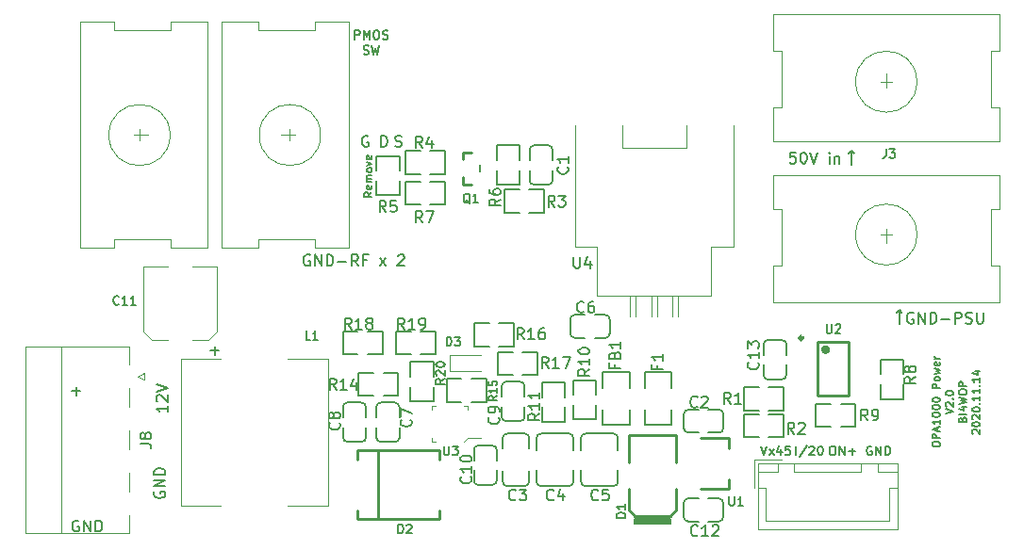
<source format=gbr>
%TF.GenerationSoftware,KiCad,Pcbnew,(5.1.4)-1*%
%TF.CreationDate,2020-11-14T02:23:56+08:00*%
%TF.ProjectId,power,706f7765-722e-46b6-9963-61645f706362,rev?*%
%TF.SameCoordinates,Original*%
%TF.FileFunction,Legend,Top*%
%TF.FilePolarity,Positive*%
%FSLAX46Y46*%
G04 Gerber Fmt 4.6, Leading zero omitted, Abs format (unit mm)*
G04 Created by KiCad (PCBNEW (5.1.4)-1) date 2020-11-14 02:23:56*
%MOMM*%
%LPD*%
G04 APERTURE LIST*
%ADD10C,0.150000*%
%ADD11C,0.200000*%
%ADD12C,0.120000*%
%ADD13C,0.254000*%
%ADD14C,0.100000*%
%ADD15C,0.300000*%
%ADD16C,0.400000*%
G04 APERTURE END LIST*
D10*
X28300000Y-63611904D02*
X28252380Y-63707142D01*
X28252380Y-63850000D01*
X28300000Y-63992857D01*
X28395238Y-64088095D01*
X28490476Y-64135714D01*
X28680952Y-64183333D01*
X28823809Y-64183333D01*
X29014285Y-64135714D01*
X29109523Y-64088095D01*
X29204761Y-63992857D01*
X29252380Y-63850000D01*
X29252380Y-63754761D01*
X29204761Y-63611904D01*
X29157142Y-63564285D01*
X28823809Y-63564285D01*
X28823809Y-63754761D01*
X29252380Y-63135714D02*
X28252380Y-63135714D01*
X29252380Y-62564285D01*
X28252380Y-62564285D01*
X29252380Y-62088095D02*
X28252380Y-62088095D01*
X28252380Y-61850000D01*
X28300000Y-61707142D01*
X28395238Y-61611904D01*
X28490476Y-61564285D01*
X28680952Y-61516666D01*
X28823809Y-61516666D01*
X29014285Y-61564285D01*
X29109523Y-61611904D01*
X29204761Y-61707142D01*
X29252380Y-61850000D01*
X29252380Y-62088095D01*
X48638095Y-32602380D02*
X48638095Y-31602380D01*
X48876190Y-31602380D01*
X49019047Y-31650000D01*
X49114285Y-31745238D01*
X49161904Y-31840476D01*
X49209523Y-32030952D01*
X49209523Y-32173809D01*
X49161904Y-32364285D01*
X49114285Y-32459523D01*
X49019047Y-32554761D01*
X48876190Y-32602380D01*
X48638095Y-32602380D01*
X47816666Y-36683333D02*
X47483333Y-36916666D01*
X47816666Y-37083333D02*
X47116666Y-37083333D01*
X47116666Y-36816666D01*
X47150000Y-36750000D01*
X47183333Y-36716666D01*
X47250000Y-36683333D01*
X47350000Y-36683333D01*
X47416666Y-36716666D01*
X47450000Y-36750000D01*
X47483333Y-36816666D01*
X47483333Y-37083333D01*
X47783333Y-36116666D02*
X47816666Y-36183333D01*
X47816666Y-36316666D01*
X47783333Y-36383333D01*
X47716666Y-36416666D01*
X47450000Y-36416666D01*
X47383333Y-36383333D01*
X47350000Y-36316666D01*
X47350000Y-36183333D01*
X47383333Y-36116666D01*
X47450000Y-36083333D01*
X47516666Y-36083333D01*
X47583333Y-36416666D01*
X47816666Y-35783333D02*
X47350000Y-35783333D01*
X47416666Y-35783333D02*
X47383333Y-35750000D01*
X47350000Y-35683333D01*
X47350000Y-35583333D01*
X47383333Y-35516666D01*
X47450000Y-35483333D01*
X47816666Y-35483333D01*
X47450000Y-35483333D02*
X47383333Y-35450000D01*
X47350000Y-35383333D01*
X47350000Y-35283333D01*
X47383333Y-35216666D01*
X47450000Y-35183333D01*
X47816666Y-35183333D01*
X47816666Y-34750000D02*
X47783333Y-34816666D01*
X47750000Y-34850000D01*
X47683333Y-34883333D01*
X47483333Y-34883333D01*
X47416666Y-34850000D01*
X47383333Y-34816666D01*
X47350000Y-34750000D01*
X47350000Y-34650000D01*
X47383333Y-34583333D01*
X47416666Y-34550000D01*
X47483333Y-34516666D01*
X47683333Y-34516666D01*
X47750000Y-34550000D01*
X47783333Y-34583333D01*
X47816666Y-34650000D01*
X47816666Y-34750000D01*
X47350000Y-34283333D02*
X47816666Y-34116666D01*
X47350000Y-33950000D01*
X47783333Y-33416666D02*
X47816666Y-33483333D01*
X47816666Y-33616666D01*
X47783333Y-33683333D01*
X47716666Y-33716666D01*
X47450000Y-33716666D01*
X47383333Y-33683333D01*
X47350000Y-33616666D01*
X47350000Y-33483333D01*
X47383333Y-33416666D01*
X47450000Y-33383333D01*
X47516666Y-33383333D01*
X47583333Y-33716666D01*
X98116666Y-59416666D02*
X98116666Y-59283333D01*
X98150000Y-59216666D01*
X98216666Y-59150000D01*
X98350000Y-59116666D01*
X98583333Y-59116666D01*
X98716666Y-59150000D01*
X98783333Y-59216666D01*
X98816666Y-59283333D01*
X98816666Y-59416666D01*
X98783333Y-59483333D01*
X98716666Y-59550000D01*
X98583333Y-59583333D01*
X98350000Y-59583333D01*
X98216666Y-59550000D01*
X98150000Y-59483333D01*
X98116666Y-59416666D01*
X98816666Y-58816666D02*
X98116666Y-58816666D01*
X98116666Y-58550000D01*
X98150000Y-58483333D01*
X98183333Y-58450000D01*
X98250000Y-58416666D01*
X98350000Y-58416666D01*
X98416666Y-58450000D01*
X98450000Y-58483333D01*
X98483333Y-58550000D01*
X98483333Y-58816666D01*
X98616666Y-58150000D02*
X98616666Y-57816666D01*
X98816666Y-58216666D02*
X98116666Y-57983333D01*
X98816666Y-57750000D01*
X98816666Y-57150000D02*
X98816666Y-57550000D01*
X98816666Y-57350000D02*
X98116666Y-57350000D01*
X98216666Y-57416666D01*
X98283333Y-57483333D01*
X98316666Y-57550000D01*
X98116666Y-56716666D02*
X98116666Y-56650000D01*
X98150000Y-56583333D01*
X98183333Y-56550000D01*
X98250000Y-56516666D01*
X98383333Y-56483333D01*
X98550000Y-56483333D01*
X98683333Y-56516666D01*
X98750000Y-56550000D01*
X98783333Y-56583333D01*
X98816666Y-56650000D01*
X98816666Y-56716666D01*
X98783333Y-56783333D01*
X98750000Y-56816666D01*
X98683333Y-56850000D01*
X98550000Y-56883333D01*
X98383333Y-56883333D01*
X98250000Y-56850000D01*
X98183333Y-56816666D01*
X98150000Y-56783333D01*
X98116666Y-56716666D01*
X98116666Y-56050000D02*
X98116666Y-55983333D01*
X98150000Y-55916666D01*
X98183333Y-55883333D01*
X98250000Y-55850000D01*
X98383333Y-55816666D01*
X98550000Y-55816666D01*
X98683333Y-55850000D01*
X98750000Y-55883333D01*
X98783333Y-55916666D01*
X98816666Y-55983333D01*
X98816666Y-56050000D01*
X98783333Y-56116666D01*
X98750000Y-56150000D01*
X98683333Y-56183333D01*
X98550000Y-56216666D01*
X98383333Y-56216666D01*
X98250000Y-56183333D01*
X98183333Y-56150000D01*
X98150000Y-56116666D01*
X98116666Y-56050000D01*
X98116666Y-55383333D02*
X98116666Y-55316666D01*
X98150000Y-55250000D01*
X98183333Y-55216666D01*
X98250000Y-55183333D01*
X98383333Y-55150000D01*
X98550000Y-55150000D01*
X98683333Y-55183333D01*
X98750000Y-55216666D01*
X98783333Y-55250000D01*
X98816666Y-55316666D01*
X98816666Y-55383333D01*
X98783333Y-55450000D01*
X98750000Y-55483333D01*
X98683333Y-55516666D01*
X98550000Y-55550000D01*
X98383333Y-55550000D01*
X98250000Y-55516666D01*
X98183333Y-55483333D01*
X98150000Y-55450000D01*
X98116666Y-55383333D01*
X98816666Y-54316666D02*
X98116666Y-54316666D01*
X98116666Y-54050000D01*
X98150000Y-53983333D01*
X98183333Y-53950000D01*
X98250000Y-53916666D01*
X98350000Y-53916666D01*
X98416666Y-53950000D01*
X98450000Y-53983333D01*
X98483333Y-54050000D01*
X98483333Y-54316666D01*
X98816666Y-53516666D02*
X98783333Y-53583333D01*
X98750000Y-53616666D01*
X98683333Y-53650000D01*
X98483333Y-53650000D01*
X98416666Y-53616666D01*
X98383333Y-53583333D01*
X98350000Y-53516666D01*
X98350000Y-53416666D01*
X98383333Y-53350000D01*
X98416666Y-53316666D01*
X98483333Y-53283333D01*
X98683333Y-53283333D01*
X98750000Y-53316666D01*
X98783333Y-53350000D01*
X98816666Y-53416666D01*
X98816666Y-53516666D01*
X98350000Y-53050000D02*
X98816666Y-52916666D01*
X98483333Y-52783333D01*
X98816666Y-52650000D01*
X98350000Y-52516666D01*
X98783333Y-51983333D02*
X98816666Y-52050000D01*
X98816666Y-52183333D01*
X98783333Y-52250000D01*
X98716666Y-52283333D01*
X98450000Y-52283333D01*
X98383333Y-52250000D01*
X98350000Y-52183333D01*
X98350000Y-52050000D01*
X98383333Y-51983333D01*
X98450000Y-51950000D01*
X98516666Y-51950000D01*
X98583333Y-52283333D01*
X98816666Y-51650000D02*
X98350000Y-51650000D01*
X98483333Y-51650000D02*
X98416666Y-51616666D01*
X98383333Y-51583333D01*
X98350000Y-51516666D01*
X98350000Y-51450000D01*
X99316666Y-56616666D02*
X100016666Y-56383333D01*
X99316666Y-56150000D01*
X99383333Y-55950000D02*
X99350000Y-55916666D01*
X99316666Y-55850000D01*
X99316666Y-55683333D01*
X99350000Y-55616666D01*
X99383333Y-55583333D01*
X99450000Y-55550000D01*
X99516666Y-55550000D01*
X99616666Y-55583333D01*
X100016666Y-55983333D01*
X100016666Y-55550000D01*
X99950000Y-55250000D02*
X99983333Y-55216666D01*
X100016666Y-55250000D01*
X99983333Y-55283333D01*
X99950000Y-55250000D01*
X100016666Y-55250000D01*
X99316666Y-54783333D02*
X99316666Y-54716666D01*
X99350000Y-54650000D01*
X99383333Y-54616666D01*
X99450000Y-54583333D01*
X99583333Y-54550000D01*
X99750000Y-54550000D01*
X99883333Y-54583333D01*
X99950000Y-54616666D01*
X99983333Y-54650000D01*
X100016666Y-54716666D01*
X100016666Y-54783333D01*
X99983333Y-54850000D01*
X99950000Y-54883333D01*
X99883333Y-54916666D01*
X99750000Y-54950000D01*
X99583333Y-54950000D01*
X99450000Y-54916666D01*
X99383333Y-54883333D01*
X99350000Y-54850000D01*
X99316666Y-54783333D01*
X100850000Y-57116666D02*
X100883333Y-57016666D01*
X100916666Y-56983333D01*
X100983333Y-56950000D01*
X101083333Y-56950000D01*
X101150000Y-56983333D01*
X101183333Y-57016666D01*
X101216666Y-57083333D01*
X101216666Y-57350000D01*
X100516666Y-57350000D01*
X100516666Y-57116666D01*
X100550000Y-57050000D01*
X100583333Y-57016666D01*
X100650000Y-56983333D01*
X100716666Y-56983333D01*
X100783333Y-57016666D01*
X100816666Y-57050000D01*
X100850000Y-57116666D01*
X100850000Y-57350000D01*
X101216666Y-56650000D02*
X100516666Y-56650000D01*
X100750000Y-56016666D02*
X101216666Y-56016666D01*
X100483333Y-56183333D02*
X100983333Y-56350000D01*
X100983333Y-55916666D01*
X100516666Y-55716666D02*
X101216666Y-55550000D01*
X100716666Y-55416666D01*
X101216666Y-55283333D01*
X100516666Y-55116666D01*
X100516666Y-54716666D02*
X100516666Y-54583333D01*
X100550000Y-54516666D01*
X100616666Y-54450000D01*
X100750000Y-54416666D01*
X100983333Y-54416666D01*
X101116666Y-54450000D01*
X101183333Y-54516666D01*
X101216666Y-54583333D01*
X101216666Y-54716666D01*
X101183333Y-54783333D01*
X101116666Y-54850000D01*
X100983333Y-54883333D01*
X100750000Y-54883333D01*
X100616666Y-54850000D01*
X100550000Y-54783333D01*
X100516666Y-54716666D01*
X101216666Y-54116666D02*
X100516666Y-54116666D01*
X100516666Y-53850000D01*
X100550000Y-53783333D01*
X100583333Y-53750000D01*
X100650000Y-53716666D01*
X100750000Y-53716666D01*
X100816666Y-53750000D01*
X100850000Y-53783333D01*
X100883333Y-53850000D01*
X100883333Y-54116666D01*
X101783333Y-58416666D02*
X101750000Y-58383333D01*
X101716666Y-58316666D01*
X101716666Y-58150000D01*
X101750000Y-58083333D01*
X101783333Y-58050000D01*
X101850000Y-58016666D01*
X101916666Y-58016666D01*
X102016666Y-58050000D01*
X102416666Y-58450000D01*
X102416666Y-58016666D01*
X101716666Y-57583333D02*
X101716666Y-57516666D01*
X101750000Y-57450000D01*
X101783333Y-57416666D01*
X101850000Y-57383333D01*
X101983333Y-57350000D01*
X102150000Y-57350000D01*
X102283333Y-57383333D01*
X102350000Y-57416666D01*
X102383333Y-57450000D01*
X102416666Y-57516666D01*
X102416666Y-57583333D01*
X102383333Y-57650000D01*
X102350000Y-57683333D01*
X102283333Y-57716666D01*
X102150000Y-57750000D01*
X101983333Y-57750000D01*
X101850000Y-57716666D01*
X101783333Y-57683333D01*
X101750000Y-57650000D01*
X101716666Y-57583333D01*
X101783333Y-57083333D02*
X101750000Y-57050000D01*
X101716666Y-56983333D01*
X101716666Y-56816666D01*
X101750000Y-56750000D01*
X101783333Y-56716666D01*
X101850000Y-56683333D01*
X101916666Y-56683333D01*
X102016666Y-56716666D01*
X102416666Y-57116666D01*
X102416666Y-56683333D01*
X101716666Y-56250000D02*
X101716666Y-56183333D01*
X101750000Y-56116666D01*
X101783333Y-56083333D01*
X101850000Y-56050000D01*
X101983333Y-56016666D01*
X102150000Y-56016666D01*
X102283333Y-56050000D01*
X102350000Y-56083333D01*
X102383333Y-56116666D01*
X102416666Y-56183333D01*
X102416666Y-56250000D01*
X102383333Y-56316666D01*
X102350000Y-56350000D01*
X102283333Y-56383333D01*
X102150000Y-56416666D01*
X101983333Y-56416666D01*
X101850000Y-56383333D01*
X101783333Y-56350000D01*
X101750000Y-56316666D01*
X101716666Y-56250000D01*
X102350000Y-55716666D02*
X102383333Y-55683333D01*
X102416666Y-55716666D01*
X102383333Y-55750000D01*
X102350000Y-55716666D01*
X102416666Y-55716666D01*
X102416666Y-55016666D02*
X102416666Y-55416666D01*
X102416666Y-55216666D02*
X101716666Y-55216666D01*
X101816666Y-55283333D01*
X101883333Y-55350000D01*
X101916666Y-55416666D01*
X102416666Y-54350000D02*
X102416666Y-54750000D01*
X102416666Y-54550000D02*
X101716666Y-54550000D01*
X101816666Y-54616666D01*
X101883333Y-54683333D01*
X101916666Y-54750000D01*
X102350000Y-54050000D02*
X102383333Y-54016666D01*
X102416666Y-54050000D01*
X102383333Y-54083333D01*
X102350000Y-54050000D01*
X102416666Y-54050000D01*
X102416666Y-53350000D02*
X102416666Y-53750000D01*
X102416666Y-53550000D02*
X101716666Y-53550000D01*
X101816666Y-53616666D01*
X101883333Y-53683333D01*
X101916666Y-53750000D01*
X101950000Y-52750000D02*
X102416666Y-52750000D01*
X101683333Y-52916666D02*
X102183333Y-53083333D01*
X102183333Y-52650000D01*
X92690476Y-59550000D02*
X92614285Y-59511904D01*
X92500000Y-59511904D01*
X92385714Y-59550000D01*
X92309523Y-59626190D01*
X92271428Y-59702380D01*
X92233333Y-59854761D01*
X92233333Y-59969047D01*
X92271428Y-60121428D01*
X92309523Y-60197619D01*
X92385714Y-60273809D01*
X92500000Y-60311904D01*
X92576190Y-60311904D01*
X92690476Y-60273809D01*
X92728571Y-60235714D01*
X92728571Y-59969047D01*
X92576190Y-59969047D01*
X93071428Y-60311904D02*
X93071428Y-59511904D01*
X93528571Y-60311904D01*
X93528571Y-59511904D01*
X93909523Y-60311904D02*
X93909523Y-59511904D01*
X94100000Y-59511904D01*
X94214285Y-59550000D01*
X94290476Y-59626190D01*
X94328571Y-59702380D01*
X94366666Y-59854761D01*
X94366666Y-59969047D01*
X94328571Y-60121428D01*
X94290476Y-60197619D01*
X94214285Y-60273809D01*
X94100000Y-60311904D01*
X93909523Y-60311904D01*
X89109523Y-59511904D02*
X89261904Y-59511904D01*
X89338095Y-59550000D01*
X89414285Y-59626190D01*
X89452380Y-59778571D01*
X89452380Y-60045238D01*
X89414285Y-60197619D01*
X89338095Y-60273809D01*
X89261904Y-60311904D01*
X89109523Y-60311904D01*
X89033333Y-60273809D01*
X88957142Y-60197619D01*
X88919047Y-60045238D01*
X88919047Y-59778571D01*
X88957142Y-59626190D01*
X89033333Y-59550000D01*
X89109523Y-59511904D01*
X89795238Y-60311904D02*
X89795238Y-59511904D01*
X90252380Y-60311904D01*
X90252380Y-59511904D01*
X90633333Y-60007142D02*
X91242857Y-60007142D01*
X90938095Y-60311904D02*
X90938095Y-59702380D01*
X85919047Y-60311904D02*
X85919047Y-59511904D01*
X86871428Y-59473809D02*
X86185714Y-60502380D01*
X87100000Y-59588095D02*
X87138095Y-59550000D01*
X87214285Y-59511904D01*
X87404761Y-59511904D01*
X87480952Y-59550000D01*
X87519047Y-59588095D01*
X87557142Y-59664285D01*
X87557142Y-59740476D01*
X87519047Y-59854761D01*
X87061904Y-60311904D01*
X87557142Y-60311904D01*
X88052380Y-59511904D02*
X88128571Y-59511904D01*
X88204761Y-59550000D01*
X88242857Y-59588095D01*
X88280952Y-59664285D01*
X88319047Y-59816666D01*
X88319047Y-60007142D01*
X88280952Y-60159523D01*
X88242857Y-60235714D01*
X88204761Y-60273809D01*
X88128571Y-60311904D01*
X88052380Y-60311904D01*
X87976190Y-60273809D01*
X87938095Y-60235714D01*
X87900000Y-60159523D01*
X87861904Y-60007142D01*
X87861904Y-59816666D01*
X87900000Y-59664285D01*
X87938095Y-59588095D01*
X87976190Y-59550000D01*
X88052380Y-59511904D01*
X82747619Y-59511904D02*
X83014285Y-60311904D01*
X83280952Y-59511904D01*
X83471428Y-60311904D02*
X83890476Y-59778571D01*
X83471428Y-59778571D02*
X83890476Y-60311904D01*
X84538095Y-59778571D02*
X84538095Y-60311904D01*
X84347619Y-59473809D02*
X84157142Y-60045238D01*
X84652380Y-60045238D01*
X85338095Y-59511904D02*
X84957142Y-59511904D01*
X84919047Y-59892857D01*
X84957142Y-59854761D01*
X85033333Y-59816666D01*
X85223809Y-59816666D01*
X85300000Y-59854761D01*
X85338095Y-59892857D01*
X85376190Y-59969047D01*
X85376190Y-60159523D01*
X85338095Y-60235714D01*
X85300000Y-60273809D01*
X85223809Y-60311904D01*
X85033333Y-60311904D01*
X84957142Y-60273809D01*
X84919047Y-60235714D01*
X90850000Y-32950000D02*
X91099999Y-33200000D01*
X90850000Y-33200000D02*
X90850000Y-32950000D01*
X90850000Y-34200000D02*
X90850000Y-33200000D01*
X91099999Y-33200000D02*
X90850000Y-32950000D01*
X90850000Y-32950000D02*
X90600000Y-33200001D01*
X95150000Y-47300000D02*
X94900001Y-47550000D01*
X95400000Y-47550000D02*
X95150000Y-47300000D01*
X95150000Y-47300000D02*
X95400000Y-47550000D01*
X95150000Y-47550000D02*
X95150000Y-47300000D01*
X95150000Y-48550000D02*
X95150000Y-47550000D01*
X96419047Y-47550000D02*
X96323809Y-47502380D01*
X96180952Y-47502380D01*
X96038095Y-47550000D01*
X95942857Y-47645238D01*
X95895238Y-47740476D01*
X95847619Y-47930952D01*
X95847619Y-48073809D01*
X95895238Y-48264285D01*
X95942857Y-48359523D01*
X96038095Y-48454761D01*
X96180952Y-48502380D01*
X96276190Y-48502380D01*
X96419047Y-48454761D01*
X96466666Y-48407142D01*
X96466666Y-48073809D01*
X96276190Y-48073809D01*
X96895238Y-48502380D02*
X96895238Y-47502380D01*
X97466666Y-48502380D01*
X97466666Y-47502380D01*
X97942857Y-48502380D02*
X97942857Y-47502380D01*
X98180952Y-47502380D01*
X98323809Y-47550000D01*
X98419047Y-47645238D01*
X98466666Y-47740476D01*
X98514285Y-47930952D01*
X98514285Y-48073809D01*
X98466666Y-48264285D01*
X98419047Y-48359523D01*
X98323809Y-48454761D01*
X98180952Y-48502380D01*
X97942857Y-48502380D01*
X98942857Y-48121428D02*
X99704761Y-48121428D01*
X100180952Y-48502380D02*
X100180952Y-47502380D01*
X100561904Y-47502380D01*
X100657142Y-47550000D01*
X100704761Y-47597619D01*
X100752380Y-47692857D01*
X100752380Y-47835714D01*
X100704761Y-47930952D01*
X100657142Y-47978571D01*
X100561904Y-48026190D01*
X100180952Y-48026190D01*
X101133333Y-48454761D02*
X101276190Y-48502380D01*
X101514285Y-48502380D01*
X101609523Y-48454761D01*
X101657142Y-48407142D01*
X101704761Y-48311904D01*
X101704761Y-48216666D01*
X101657142Y-48121428D01*
X101609523Y-48073809D01*
X101514285Y-48026190D01*
X101323809Y-47978571D01*
X101228571Y-47930952D01*
X101180952Y-47883333D01*
X101133333Y-47788095D01*
X101133333Y-47692857D01*
X101180952Y-47597619D01*
X101228571Y-47550000D01*
X101323809Y-47502380D01*
X101561904Y-47502380D01*
X101704761Y-47550000D01*
X102133333Y-47502380D02*
X102133333Y-48311904D01*
X102180952Y-48407142D01*
X102228571Y-48454761D01*
X102323809Y-48502380D01*
X102514285Y-48502380D01*
X102609523Y-48454761D01*
X102657142Y-48407142D01*
X102704761Y-48311904D01*
X102704761Y-47502380D01*
X85861904Y-33102380D02*
X85385714Y-33102380D01*
X85338095Y-33578571D01*
X85385714Y-33530952D01*
X85480952Y-33483333D01*
X85719047Y-33483333D01*
X85814285Y-33530952D01*
X85861904Y-33578571D01*
X85909523Y-33673809D01*
X85909523Y-33911904D01*
X85861904Y-34007142D01*
X85814285Y-34054761D01*
X85719047Y-34102380D01*
X85480952Y-34102380D01*
X85385714Y-34054761D01*
X85338095Y-34007142D01*
X86528571Y-33102380D02*
X86623809Y-33102380D01*
X86719047Y-33150000D01*
X86766666Y-33197619D01*
X86814285Y-33292857D01*
X86861904Y-33483333D01*
X86861904Y-33721428D01*
X86814285Y-33911904D01*
X86766666Y-34007142D01*
X86719047Y-34054761D01*
X86623809Y-34102380D01*
X86528571Y-34102380D01*
X86433333Y-34054761D01*
X86385714Y-34007142D01*
X86338095Y-33911904D01*
X86290476Y-33721428D01*
X86290476Y-33483333D01*
X86338095Y-33292857D01*
X86385714Y-33197619D01*
X86433333Y-33150000D01*
X86528571Y-33102380D01*
X87147619Y-33102380D02*
X87480952Y-34102380D01*
X87814285Y-33102380D01*
X88909523Y-34102380D02*
X88909523Y-33435714D01*
X88909523Y-33102380D02*
X88861904Y-33150000D01*
X88909523Y-33197619D01*
X88957142Y-33150000D01*
X88909523Y-33102380D01*
X88909523Y-33197619D01*
X89385714Y-33435714D02*
X89385714Y-34102380D01*
X89385714Y-33530952D02*
X89433333Y-33483333D01*
X89528571Y-33435714D01*
X89671428Y-33435714D01*
X89766666Y-33483333D01*
X89814285Y-33578571D01*
X89814285Y-34102380D01*
X46283333Y-22936904D02*
X46283333Y-22136904D01*
X46588095Y-22136904D01*
X46664285Y-22175000D01*
X46702380Y-22213095D01*
X46740476Y-22289285D01*
X46740476Y-22403571D01*
X46702380Y-22479761D01*
X46664285Y-22517857D01*
X46588095Y-22555952D01*
X46283333Y-22555952D01*
X47083333Y-22936904D02*
X47083333Y-22136904D01*
X47350000Y-22708333D01*
X47616666Y-22136904D01*
X47616666Y-22936904D01*
X48150000Y-22136904D02*
X48302380Y-22136904D01*
X48378571Y-22175000D01*
X48454761Y-22251190D01*
X48492857Y-22403571D01*
X48492857Y-22670238D01*
X48454761Y-22822619D01*
X48378571Y-22898809D01*
X48302380Y-22936904D01*
X48150000Y-22936904D01*
X48073809Y-22898809D01*
X47997619Y-22822619D01*
X47959523Y-22670238D01*
X47959523Y-22403571D01*
X47997619Y-22251190D01*
X48073809Y-22175000D01*
X48150000Y-22136904D01*
X48797619Y-22898809D02*
X48911904Y-22936904D01*
X49102380Y-22936904D01*
X49178571Y-22898809D01*
X49216666Y-22860714D01*
X49254761Y-22784523D01*
X49254761Y-22708333D01*
X49216666Y-22632142D01*
X49178571Y-22594047D01*
X49102380Y-22555952D01*
X48950000Y-22517857D01*
X48873809Y-22479761D01*
X48835714Y-22441666D01*
X48797619Y-22365476D01*
X48797619Y-22289285D01*
X48835714Y-22213095D01*
X48873809Y-22175000D01*
X48950000Y-22136904D01*
X49140476Y-22136904D01*
X49254761Y-22175000D01*
X47064285Y-24248809D02*
X47178571Y-24286904D01*
X47369047Y-24286904D01*
X47445238Y-24248809D01*
X47483333Y-24210714D01*
X47521428Y-24134523D01*
X47521428Y-24058333D01*
X47483333Y-23982142D01*
X47445238Y-23944047D01*
X47369047Y-23905952D01*
X47216666Y-23867857D01*
X47140476Y-23829761D01*
X47102380Y-23791666D01*
X47064285Y-23715476D01*
X47064285Y-23639285D01*
X47102380Y-23563095D01*
X47140476Y-23525000D01*
X47216666Y-23486904D01*
X47407142Y-23486904D01*
X47521428Y-23525000D01*
X47788095Y-23486904D02*
X47978571Y-24286904D01*
X48130952Y-23715476D01*
X48283333Y-24286904D01*
X48473809Y-23486904D01*
X47461904Y-31650000D02*
X47366666Y-31602380D01*
X47223809Y-31602380D01*
X47080952Y-31650000D01*
X46985714Y-31745238D01*
X46938095Y-31840476D01*
X46890476Y-32030952D01*
X46890476Y-32173809D01*
X46938095Y-32364285D01*
X46985714Y-32459523D01*
X47080952Y-32554761D01*
X47223809Y-32602380D01*
X47319047Y-32602380D01*
X47461904Y-32554761D01*
X47509523Y-32507142D01*
X47509523Y-32173809D01*
X47319047Y-32173809D01*
X49914285Y-32554761D02*
X50057142Y-32602380D01*
X50295238Y-32602380D01*
X50390476Y-32554761D01*
X50438095Y-32507142D01*
X50485714Y-32411904D01*
X50485714Y-32316666D01*
X50438095Y-32221428D01*
X50390476Y-32173809D01*
X50295238Y-32126190D01*
X50104761Y-32078571D01*
X50009523Y-32030952D01*
X49961904Y-31983333D01*
X49914285Y-31888095D01*
X49914285Y-31792857D01*
X49961904Y-31697619D01*
X50009523Y-31650000D01*
X50104761Y-31602380D01*
X50342857Y-31602380D01*
X50485714Y-31650000D01*
X21488095Y-66250000D02*
X21392857Y-66202380D01*
X21250000Y-66202380D01*
X21107142Y-66250000D01*
X21011904Y-66345238D01*
X20964285Y-66440476D01*
X20916666Y-66630952D01*
X20916666Y-66773809D01*
X20964285Y-66964285D01*
X21011904Y-67059523D01*
X21107142Y-67154761D01*
X21250000Y-67202380D01*
X21345238Y-67202380D01*
X21488095Y-67154761D01*
X21535714Y-67107142D01*
X21535714Y-66773809D01*
X21345238Y-66773809D01*
X21964285Y-67202380D02*
X21964285Y-66202380D01*
X22535714Y-67202380D01*
X22535714Y-66202380D01*
X23011904Y-67202380D02*
X23011904Y-66202380D01*
X23250000Y-66202380D01*
X23392857Y-66250000D01*
X23488095Y-66345238D01*
X23535714Y-66440476D01*
X23583333Y-66630952D01*
X23583333Y-66773809D01*
X23535714Y-66964285D01*
X23488095Y-67059523D01*
X23392857Y-67154761D01*
X23250000Y-67202380D01*
X23011904Y-67202380D01*
X20869047Y-54571428D02*
X21630952Y-54571428D01*
X21250000Y-54952380D02*
X21250000Y-54190476D01*
X29452380Y-55869047D02*
X29452380Y-56440476D01*
X29452380Y-56154761D02*
X28452380Y-56154761D01*
X28595238Y-56250000D01*
X28690476Y-56345238D01*
X28738095Y-56440476D01*
X28547619Y-55488095D02*
X28500000Y-55440476D01*
X28452380Y-55345238D01*
X28452380Y-55107142D01*
X28500000Y-55011904D01*
X28547619Y-54964285D01*
X28642857Y-54916666D01*
X28738095Y-54916666D01*
X28880952Y-54964285D01*
X29452380Y-55535714D01*
X29452380Y-54916666D01*
X28452380Y-54630952D02*
X29452380Y-54297619D01*
X28452380Y-53964285D01*
X42247619Y-42350000D02*
X42152380Y-42302380D01*
X42009523Y-42302380D01*
X41866666Y-42350000D01*
X41771428Y-42445238D01*
X41723809Y-42540476D01*
X41676190Y-42730952D01*
X41676190Y-42873809D01*
X41723809Y-43064285D01*
X41771428Y-43159523D01*
X41866666Y-43254761D01*
X42009523Y-43302380D01*
X42104761Y-43302380D01*
X42247619Y-43254761D01*
X42295238Y-43207142D01*
X42295238Y-42873809D01*
X42104761Y-42873809D01*
X42723809Y-43302380D02*
X42723809Y-42302380D01*
X43295238Y-43302380D01*
X43295238Y-42302380D01*
X43771428Y-43302380D02*
X43771428Y-42302380D01*
X44009523Y-42302380D01*
X44152380Y-42350000D01*
X44247619Y-42445238D01*
X44295238Y-42540476D01*
X44342857Y-42730952D01*
X44342857Y-42873809D01*
X44295238Y-43064285D01*
X44247619Y-43159523D01*
X44152380Y-43254761D01*
X44009523Y-43302380D01*
X43771428Y-43302380D01*
X44771428Y-42921428D02*
X45533333Y-42921428D01*
X46580952Y-43302380D02*
X46247619Y-42826190D01*
X46009523Y-43302380D02*
X46009523Y-42302380D01*
X46390476Y-42302380D01*
X46485714Y-42350000D01*
X46533333Y-42397619D01*
X46580952Y-42492857D01*
X46580952Y-42635714D01*
X46533333Y-42730952D01*
X46485714Y-42778571D01*
X46390476Y-42826190D01*
X46009523Y-42826190D01*
X47342857Y-42778571D02*
X47009523Y-42778571D01*
X47009523Y-43302380D02*
X47009523Y-42302380D01*
X47485714Y-42302380D01*
X48533333Y-43302380D02*
X49057142Y-42635714D01*
X48533333Y-42635714D02*
X49057142Y-43302380D01*
X50152380Y-42397619D02*
X50200000Y-42350000D01*
X50295238Y-42302380D01*
X50533333Y-42302380D01*
X50628571Y-42350000D01*
X50676190Y-42397619D01*
X50723809Y-42492857D01*
X50723809Y-42588095D01*
X50676190Y-42730952D01*
X50104761Y-43302380D01*
X50723809Y-43302380D01*
D11*
X53359000Y-51951000D02*
X53359000Y-53271000D01*
X53359000Y-54171000D02*
X53359000Y-55491000D01*
X51289000Y-54171000D02*
X51289000Y-55491000D01*
X51289000Y-51951000D02*
X51289000Y-53271000D01*
X51289000Y-51951000D02*
X53359000Y-51951000D01*
X51289000Y-55491000D02*
X53359000Y-55491000D01*
X49980000Y-49215000D02*
X51300000Y-49215000D01*
X52200000Y-49215000D02*
X53520000Y-49215000D01*
X52200000Y-51285000D02*
X53520000Y-51285000D01*
X49980000Y-51285000D02*
X51300000Y-51285000D01*
X49980000Y-51285000D02*
X49980000Y-49215000D01*
X53520000Y-51285000D02*
X53520000Y-49215000D01*
X45230000Y-49215000D02*
X46550000Y-49215000D01*
X47450000Y-49215000D02*
X48770000Y-49215000D01*
X47450000Y-51285000D02*
X48770000Y-51285000D01*
X45230000Y-51285000D02*
X46550000Y-51285000D01*
X45230000Y-51285000D02*
X45230000Y-49215000D01*
X48770000Y-51285000D02*
X48770000Y-49215000D01*
X59120000Y-51035000D02*
X60440000Y-51035000D01*
X61340000Y-51035000D02*
X62660000Y-51035000D01*
X61340000Y-53105000D02*
X62660000Y-53105000D01*
X59120000Y-53105000D02*
X60440000Y-53105000D01*
X59120000Y-53105000D02*
X59120000Y-51035000D01*
X62660000Y-53105000D02*
X62660000Y-51035000D01*
X60570000Y-50535000D02*
X59250000Y-50535000D01*
X58350000Y-50535000D02*
X57030000Y-50535000D01*
X58350000Y-48465000D02*
X57030000Y-48465000D01*
X60570000Y-48465000D02*
X59250000Y-48465000D01*
X60570000Y-48465000D02*
X60570000Y-50535000D01*
X57030000Y-48465000D02*
X57030000Y-50535000D01*
X58070000Y-55535000D02*
X56750000Y-55535000D01*
X55850000Y-55535000D02*
X54530000Y-55535000D01*
X55850000Y-53465000D02*
X54530000Y-53465000D01*
X58070000Y-53465000D02*
X56750000Y-53465000D01*
X58070000Y-53465000D02*
X58070000Y-55535000D01*
X54530000Y-53465000D02*
X54530000Y-55535000D01*
X50157000Y-55010000D02*
X48837000Y-55010000D01*
X47937000Y-55010000D02*
X46617000Y-55010000D01*
X47937000Y-52940000D02*
X46617000Y-52940000D01*
X50157000Y-52940000D02*
X48837000Y-52940000D01*
X50157000Y-52940000D02*
X50157000Y-55010000D01*
X46617000Y-52940000D02*
X46617000Y-55010000D01*
X63065000Y-57320000D02*
X63065000Y-56000000D01*
X63065000Y-55100000D02*
X63065000Y-53780000D01*
X65135000Y-55100000D02*
X65135000Y-53780000D01*
X65135000Y-57320000D02*
X65135000Y-56000000D01*
X65135000Y-57320000D02*
X63065000Y-57320000D01*
X65135000Y-53780000D02*
X63065000Y-53780000D01*
X65865000Y-57120000D02*
X65865000Y-55800000D01*
X65865000Y-54900000D02*
X65865000Y-53580000D01*
X67935000Y-54900000D02*
X67935000Y-53580000D01*
X67935000Y-57120000D02*
X67935000Y-55800000D01*
X67935000Y-57120000D02*
X65865000Y-57120000D01*
X67935000Y-53580000D02*
X65865000Y-53580000D01*
X87680000Y-55715000D02*
X89000000Y-55715000D01*
X89900000Y-55715000D02*
X91220000Y-55715000D01*
X89900000Y-57785000D02*
X91220000Y-57785000D01*
X87680000Y-57785000D02*
X89000000Y-57785000D01*
X87680000Y-57785000D02*
X87680000Y-55715000D01*
X91220000Y-57785000D02*
X91220000Y-55715000D01*
X95535000Y-51730000D02*
X95535000Y-53050000D01*
X95535000Y-53950000D02*
X95535000Y-55270000D01*
X93465000Y-53950000D02*
X93465000Y-55270000D01*
X93465000Y-51730000D02*
X93465000Y-53050000D01*
X93465000Y-51730000D02*
X95535000Y-51730000D01*
X93465000Y-55270000D02*
X95535000Y-55270000D01*
X50830000Y-35715000D02*
X52150000Y-35715000D01*
X53050000Y-35715000D02*
X54370000Y-35715000D01*
X53050000Y-37785000D02*
X54370000Y-37785000D01*
X50830000Y-37785000D02*
X52150000Y-37785000D01*
X50830000Y-37785000D02*
X50830000Y-35715000D01*
X54370000Y-37785000D02*
X54370000Y-35715000D01*
X61085000Y-32480000D02*
X61085000Y-33800000D01*
X61085000Y-34700000D02*
X61085000Y-36020000D01*
X59015000Y-34700000D02*
X59015000Y-36020000D01*
X59015000Y-32480000D02*
X59015000Y-33800000D01*
X59015000Y-32480000D02*
X61085000Y-32480000D01*
X59015000Y-36020000D02*
X61085000Y-36020000D01*
X50285000Y-33430000D02*
X50285000Y-34750000D01*
X50285000Y-35650000D02*
X50285000Y-36970000D01*
X48215000Y-35650000D02*
X48215000Y-36970000D01*
X48215000Y-33430000D02*
X48215000Y-34750000D01*
X48215000Y-33430000D02*
X50285000Y-33430000D01*
X48215000Y-36970000D02*
X50285000Y-36970000D01*
X54370000Y-35035000D02*
X53050000Y-35035000D01*
X52150000Y-35035000D02*
X50830000Y-35035000D01*
X52150000Y-32965000D02*
X50830000Y-32965000D01*
X54370000Y-32965000D02*
X53050000Y-32965000D01*
X54370000Y-32965000D02*
X54370000Y-35035000D01*
X50830000Y-32965000D02*
X50830000Y-35035000D01*
X59730000Y-36465000D02*
X61050000Y-36465000D01*
X61950000Y-36465000D02*
X63270000Y-36465000D01*
X61950000Y-38535000D02*
X63270000Y-38535000D01*
X59730000Y-38535000D02*
X61050000Y-38535000D01*
X59730000Y-38535000D02*
X59730000Y-36465000D01*
X63270000Y-38535000D02*
X63270000Y-36465000D01*
X84764000Y-58693000D02*
X83444000Y-58693000D01*
X82544000Y-58693000D02*
X81224000Y-58693000D01*
X82544000Y-56623000D02*
X81224000Y-56623000D01*
X84764000Y-56623000D02*
X83444000Y-56623000D01*
X84764000Y-56623000D02*
X84764000Y-58693000D01*
X81224000Y-56623000D02*
X81224000Y-58693000D01*
X81224000Y-54215000D02*
X82544000Y-54215000D01*
X83444000Y-54215000D02*
X84764000Y-54215000D01*
X83444000Y-56285000D02*
X84764000Y-56285000D01*
X81224000Y-56285000D02*
X82544000Y-56285000D01*
X81224000Y-56285000D02*
X81224000Y-54215000D01*
X84764000Y-56285000D02*
X84764000Y-54215000D01*
X70950000Y-56250000D02*
X70950000Y-57605000D01*
X68550000Y-56250000D02*
X68550000Y-57605000D01*
X68550000Y-52895000D02*
X68550000Y-54250000D01*
X68550000Y-52895000D02*
X70950000Y-52895000D01*
X68550000Y-57605000D02*
X70950000Y-57605000D01*
X70950000Y-52895000D02*
X70950000Y-54250000D01*
X72300000Y-54250000D02*
X72300000Y-52895000D01*
X74700000Y-54250000D02*
X74700000Y-52895000D01*
X74700000Y-57605000D02*
X74700000Y-56250000D01*
X74700000Y-57605000D02*
X72300000Y-57605000D01*
X74700000Y-52895000D02*
X72300000Y-52895000D01*
X72300000Y-57605000D02*
X72300000Y-56250000D01*
X66990000Y-58395000D02*
X69510000Y-58395000D01*
X66990000Y-63105000D02*
X69510000Y-63105000D01*
X69910000Y-58795000D02*
X69910000Y-59850000D01*
X69910000Y-61650000D02*
X69910000Y-62705000D01*
X66590000Y-61650000D02*
X66590000Y-62705000D01*
X66590000Y-58795000D02*
X66590000Y-59850000D01*
X69510000Y-58395000D02*
G75*
G02X69910000Y-58795000I0J-400000D01*
G01*
X66590000Y-58795000D02*
G75*
G02X66990000Y-58395000I400000J0D01*
G01*
X66990000Y-63105000D02*
G75*
G02X66590000Y-62705000I0J400000D01*
G01*
X69910000Y-62705000D02*
G75*
G02X69510000Y-63105000I-400000J0D01*
G01*
X62990000Y-58395000D02*
X65510000Y-58395000D01*
X62990000Y-63105000D02*
X65510000Y-63105000D01*
X65910000Y-58795000D02*
X65910000Y-59850000D01*
X65910000Y-61650000D02*
X65910000Y-62705000D01*
X62590000Y-61650000D02*
X62590000Y-62705000D01*
X62590000Y-58795000D02*
X62590000Y-59850000D01*
X65510000Y-58395000D02*
G75*
G02X65910000Y-58795000I0J-400000D01*
G01*
X62590000Y-58795000D02*
G75*
G02X62990000Y-58395000I400000J0D01*
G01*
X62990000Y-63105000D02*
G75*
G02X62590000Y-62705000I0J400000D01*
G01*
X65910000Y-62705000D02*
G75*
G02X65510000Y-63105000I-400000J0D01*
G01*
X59550000Y-58795000D02*
X59550000Y-59750000D01*
X59550000Y-61750000D02*
X59550000Y-62705000D01*
X61950000Y-61750000D02*
X61950000Y-62705000D01*
X61950000Y-58795000D02*
X61950000Y-59750000D01*
X59950000Y-63105000D02*
X61550000Y-63105000D01*
X59950000Y-58395000D02*
X61550000Y-58395000D01*
X61950000Y-62705000D02*
G75*
G02X61550000Y-63105000I-400000J0D01*
G01*
X59950000Y-63105000D02*
G75*
G02X59550000Y-62705000I0J400000D01*
G01*
X59550000Y-58795000D02*
G75*
G02X59950000Y-58395000I400000J0D01*
G01*
X61550000Y-58395000D02*
G75*
G02X61950000Y-58795000I0J-400000D01*
G01*
X83365000Y-49980000D02*
X84635000Y-49980000D01*
X82965000Y-50380000D02*
X82965000Y-51300000D01*
X83365000Y-53520000D02*
X84635000Y-53520000D01*
X82965000Y-52200000D02*
X82965000Y-53120000D01*
X85035000Y-52200000D02*
X85035000Y-53120000D01*
X85035000Y-50380000D02*
X85035000Y-51300000D01*
X84635010Y-49980000D02*
G75*
G02X85035010Y-50380000I0J-400000D01*
G01*
X82965000Y-50380000D02*
G75*
G02X83365000Y-49980000I400000J0D01*
G01*
X83365000Y-53520000D02*
G75*
G02X82965000Y-53120000I0J400000D01*
G01*
X85035000Y-53120000D02*
G75*
G02X84635000Y-53520000I-400000J0D01*
G01*
X75825000Y-65885000D02*
X75825000Y-64615000D01*
X76225000Y-66285000D02*
X77145000Y-66285000D01*
X79365000Y-65885000D02*
X79365000Y-64615000D01*
X78045000Y-66285000D02*
X78965000Y-66285000D01*
X78045000Y-64215000D02*
X78965000Y-64215000D01*
X76225000Y-64215000D02*
X77145000Y-64215000D01*
X75825000Y-64614990D02*
G75*
G02X76225000Y-64214990I400000J0D01*
G01*
X76225000Y-66285000D02*
G75*
G02X75825000Y-65885000I0J400000D01*
G01*
X79365000Y-65885000D02*
G75*
G02X78965000Y-66285000I-400000J0D01*
G01*
X78965000Y-64215000D02*
G75*
G02X79365000Y-64615000I0J-400000D01*
G01*
X58635000Y-63000000D02*
X57365000Y-63000000D01*
X59035000Y-62600000D02*
X59035000Y-61680000D01*
X58635000Y-59460000D02*
X57365000Y-59460000D01*
X59035000Y-60780000D02*
X59035000Y-59860000D01*
X56965000Y-60780000D02*
X56965000Y-59860000D01*
X56965000Y-62600000D02*
X56965000Y-61680000D01*
X57364990Y-63000000D02*
G75*
G02X56964990Y-62600000I0J400000D01*
G01*
X59035000Y-62600000D02*
G75*
G02X58635000Y-63000000I-400000J0D01*
G01*
X58635000Y-59460000D02*
G75*
G02X59035000Y-59860000I0J-400000D01*
G01*
X56965000Y-59860000D02*
G75*
G02X57365000Y-59460000I400000J0D01*
G01*
X61135000Y-57270000D02*
X59865000Y-57270000D01*
X61535000Y-56870000D02*
X61535000Y-55950000D01*
X61135000Y-53730000D02*
X59865000Y-53730000D01*
X61535000Y-55050000D02*
X61535000Y-54130000D01*
X59465000Y-55050000D02*
X59465000Y-54130000D01*
X59465000Y-56870000D02*
X59465000Y-55950000D01*
X59864990Y-57270000D02*
G75*
G02X59464990Y-56870000I0J400000D01*
G01*
X61535000Y-56870000D02*
G75*
G02X61135000Y-57270000I-400000J0D01*
G01*
X61135000Y-53730000D02*
G75*
G02X61535000Y-54130000I0J-400000D01*
G01*
X59465000Y-54130000D02*
G75*
G02X59865000Y-53730000I400000J0D01*
G01*
X45615000Y-55603000D02*
X46885000Y-55603000D01*
X45215000Y-56003000D02*
X45215000Y-56923000D01*
X45615000Y-59143000D02*
X46885000Y-59143000D01*
X45215000Y-57823000D02*
X45215000Y-58743000D01*
X47285000Y-57823000D02*
X47285000Y-58743000D01*
X47285000Y-56003000D02*
X47285000Y-56923000D01*
X46885010Y-55603000D02*
G75*
G02X47285010Y-56003000I0J-400000D01*
G01*
X45215000Y-56003000D02*
G75*
G02X45615000Y-55603000I400000J0D01*
G01*
X45615000Y-59143000D02*
G75*
G02X45215000Y-58743000I0J400000D01*
G01*
X47285000Y-58743000D02*
G75*
G02X46885000Y-59143000I-400000J0D01*
G01*
X48615000Y-55603000D02*
X49885000Y-55603000D01*
X48215000Y-56003000D02*
X48215000Y-56923000D01*
X48615000Y-59143000D02*
X49885000Y-59143000D01*
X48215000Y-57823000D02*
X48215000Y-58743000D01*
X50285000Y-57823000D02*
X50285000Y-58743000D01*
X50285000Y-56003000D02*
X50285000Y-56923000D01*
X49885010Y-55603000D02*
G75*
G02X50285010Y-56003000I0J-400000D01*
G01*
X48215000Y-56003000D02*
G75*
G02X48615000Y-55603000I400000J0D01*
G01*
X48615000Y-59143000D02*
G75*
G02X48215000Y-58743000I0J400000D01*
G01*
X50285000Y-58743000D02*
G75*
G02X49885000Y-59143000I-400000J0D01*
G01*
X65630000Y-49385000D02*
X65630000Y-48115000D01*
X66030000Y-49785000D02*
X66950000Y-49785000D01*
X69170000Y-49385000D02*
X69170000Y-48115000D01*
X67850000Y-49785000D02*
X68770000Y-49785000D01*
X67850000Y-47715000D02*
X68770000Y-47715000D01*
X66030000Y-47715000D02*
X66950000Y-47715000D01*
X65630000Y-48114990D02*
G75*
G02X66030000Y-47714990I400000J0D01*
G01*
X66030000Y-49785000D02*
G75*
G02X65630000Y-49385000I0J400000D01*
G01*
X69170000Y-49385000D02*
G75*
G02X68770000Y-49785000I-400000J0D01*
G01*
X68770000Y-47715000D02*
G75*
G02X69170000Y-48115000I0J-400000D01*
G01*
X75825000Y-57909000D02*
X75825000Y-56639000D01*
X76225000Y-58309000D02*
X77145000Y-58309000D01*
X79365000Y-57909000D02*
X79365000Y-56639000D01*
X78045000Y-58309000D02*
X78965000Y-58309000D01*
X78045000Y-56239000D02*
X78965000Y-56239000D01*
X76225000Y-56239000D02*
X77145000Y-56239000D01*
X75825000Y-56638990D02*
G75*
G02X76225000Y-56238990I400000J0D01*
G01*
X76225000Y-58309000D02*
G75*
G02X75825000Y-57909000I0J400000D01*
G01*
X79365000Y-57909000D02*
G75*
G02X78965000Y-58309000I-400000J0D01*
G01*
X78965000Y-56239000D02*
G75*
G02X79365000Y-56639000I0J-400000D01*
G01*
X62365000Y-32480000D02*
X63635000Y-32480000D01*
X61965000Y-32880000D02*
X61965000Y-33800000D01*
X62365000Y-36020000D02*
X63635000Y-36020000D01*
X61965000Y-34700000D02*
X61965000Y-35620000D01*
X64035000Y-34700000D02*
X64035000Y-35620000D01*
X64035000Y-32880000D02*
X64035000Y-33800000D01*
X63635010Y-32480000D02*
G75*
G02X64035010Y-32880000I0J-400000D01*
G01*
X61965000Y-32880000D02*
G75*
G02X62365000Y-32480000I400000J0D01*
G01*
X62365000Y-36020000D02*
G75*
G02X61965000Y-35620000I0J400000D01*
G01*
X64035000Y-35620000D02*
G75*
G02X63635000Y-36020000I-400000J0D01*
G01*
D12*
X75325000Y-45970000D02*
X75325000Y-47850000D01*
X73415000Y-45970000D02*
X73415000Y-47850000D01*
X71505000Y-45970000D02*
X71505000Y-47850000D01*
X70995000Y-45970000D02*
X70995000Y-47850000D01*
X72905000Y-45970000D02*
X72905000Y-47850000D01*
X74815000Y-45970000D02*
X74815000Y-47850000D01*
X78280000Y-45970000D02*
X78280000Y-41570000D01*
X68040000Y-45970000D02*
X68040000Y-41570000D01*
X78280000Y-45970000D02*
X68040000Y-45970000D01*
X70280000Y-32730000D02*
X76040000Y-32730000D01*
X70280000Y-32730000D02*
X70280000Y-30650000D01*
X76040000Y-32730000D02*
X76040000Y-30650000D01*
X68040000Y-41570000D02*
X66040000Y-41570000D01*
X78280000Y-41570000D02*
X80280000Y-41570000D01*
X66040000Y-41570000D02*
X66040000Y-30650000D01*
X80280000Y-41570000D02*
X80280000Y-30650000D01*
X82150000Y-60750000D02*
X82150000Y-63250000D01*
X84650000Y-60750000D02*
X82150000Y-60750000D01*
X94300000Y-66250000D02*
X88750000Y-66250000D01*
X94300000Y-63300000D02*
X94300000Y-66250000D01*
X95050000Y-63300000D02*
X94300000Y-63300000D01*
X83200000Y-66250000D02*
X88750000Y-66250000D01*
X83200000Y-63300000D02*
X83200000Y-66250000D01*
X82450000Y-63300000D02*
X83200000Y-63300000D01*
X95050000Y-61050000D02*
X93250000Y-61050000D01*
X95050000Y-61800000D02*
X95050000Y-61050000D01*
X93250000Y-61800000D02*
X95050000Y-61800000D01*
X93250000Y-61050000D02*
X93250000Y-61800000D01*
X84250000Y-61050000D02*
X82450000Y-61050000D01*
X84250000Y-61800000D02*
X84250000Y-61050000D01*
X82450000Y-61800000D02*
X84250000Y-61800000D01*
X82450000Y-61050000D02*
X82450000Y-61800000D01*
X91750000Y-61050000D02*
X85750000Y-61050000D01*
X91750000Y-61800000D02*
X91750000Y-61050000D01*
X85750000Y-61800000D02*
X91750000Y-61800000D01*
X85750000Y-61050000D02*
X85750000Y-61800000D01*
X95050000Y-61050000D02*
X82450000Y-61050000D01*
X95050000Y-67000000D02*
X95050000Y-61050000D01*
X82450000Y-67000000D02*
X95050000Y-67000000D01*
X82450000Y-61050000D02*
X82450000Y-67000000D01*
X27350000Y-52950000D02*
X27350000Y-53550000D01*
X26750000Y-53250000D02*
X27350000Y-52950000D01*
X27350000Y-53550000D02*
X26750000Y-53250000D01*
X19950000Y-50570000D02*
X19950000Y-67360000D01*
X26030000Y-61920000D02*
X26030000Y-63630000D01*
X26030000Y-58110000D02*
X26030000Y-59820000D01*
X26030000Y-54300000D02*
X26030000Y-56010000D01*
X26030000Y-67360000D02*
X26030000Y-65730000D01*
X26030000Y-50570000D02*
X26030000Y-52200000D01*
X16670000Y-67360000D02*
X26030000Y-67360000D01*
X16670000Y-50570000D02*
X16670000Y-67360000D01*
X26030000Y-50570000D02*
X16670000Y-50570000D01*
D13*
X48400000Y-66100000D02*
X48400000Y-59900000D01*
X53900000Y-66100000D02*
X53900000Y-65300000D01*
X46500000Y-66100000D02*
X53900000Y-66100000D01*
X46500000Y-66100000D02*
X46500000Y-65300000D01*
X53900000Y-60700000D02*
X53900000Y-59900000D01*
X46500000Y-59900000D02*
X53900000Y-59900000D01*
X46500000Y-60700000D02*
X46500000Y-59900000D01*
D14*
X56400000Y-58800001D02*
X57600000Y-58800001D01*
X56100000Y-59100001D02*
X56400000Y-58800001D01*
X56400000Y-55900001D02*
X56400000Y-56200001D01*
X56100000Y-55900001D02*
X56400000Y-55900001D01*
X53200000Y-55900001D02*
X53500000Y-55900001D01*
X53200000Y-56200001D02*
X53200000Y-55900001D01*
X53200000Y-59100001D02*
X53200000Y-58800001D01*
X53500000Y-59100001D02*
X53200000Y-59100001D01*
D13*
X87850000Y-50150000D02*
X87850000Y-54950000D01*
X90650000Y-50150000D02*
X90650000Y-54950000D01*
X87850000Y-50150000D02*
X90650000Y-50150000D01*
X87850000Y-54950000D02*
X90650000Y-54950000D01*
D15*
X86500000Y-49800000D02*
G75*
G03X86500000Y-49800000I-150000J0D01*
G01*
D16*
X88750000Y-50850000D02*
G75*
G03X88750000Y-50850000I-200000J0D01*
G01*
D13*
X79895000Y-58774000D02*
X77295000Y-58774000D01*
X79895000Y-58774000D02*
X79895000Y-59674000D01*
X79895000Y-63374000D02*
X77295000Y-63374000D01*
X79895000Y-62474000D02*
X79895000Y-63374000D01*
D11*
X57500000Y-34850000D02*
X57500000Y-34250000D01*
D13*
X55950000Y-36010000D02*
X55950000Y-35350000D01*
X55950000Y-36010000D02*
X56765000Y-36010000D01*
X55950000Y-33090000D02*
X56765000Y-33090000D01*
X55950000Y-33750000D02*
X55950000Y-33090000D01*
X55950000Y-33750000D02*
X55950000Y-33090000D01*
X55950000Y-33750000D02*
X55950000Y-33090000D01*
D12*
X30650000Y-51650000D02*
X34250000Y-51650000D01*
X30650000Y-64850000D02*
X30650000Y-51650000D01*
X34250000Y-64850000D02*
X30650000Y-64850000D01*
X43850000Y-64850000D02*
X40250000Y-64850000D01*
X43850000Y-51650000D02*
X43850000Y-64850000D01*
X40250000Y-51650000D02*
X43850000Y-51650000D01*
X27708000Y-31550000D02*
X26438000Y-31550000D01*
X26946000Y-31042000D02*
X26946000Y-32058000D01*
X33042000Y-41710000D02*
X33042000Y-21390000D01*
X29740000Y-41710000D02*
X33042000Y-41710000D01*
X29740000Y-40948000D02*
X29740000Y-41710000D01*
X24660000Y-40948000D02*
X29740000Y-40948000D01*
X24660000Y-41710000D02*
X24660000Y-40948000D01*
X21612000Y-41710000D02*
X24660000Y-41710000D01*
X21612000Y-21390000D02*
X21612000Y-41710000D01*
X24660000Y-21390000D02*
X21612000Y-21390000D01*
X24660000Y-22152000D02*
X24660000Y-21390000D01*
X29740000Y-22152000D02*
X24660000Y-22152000D01*
X29740000Y-21390000D02*
X29740000Y-22152000D01*
X33042000Y-21390000D02*
X29740000Y-21390000D01*
X33042000Y-22152000D02*
X33042000Y-21390000D01*
X29693430Y-31550000D02*
G75*
G03X29693430Y-31550000I-2747430J0D01*
G01*
X39692000Y-31550000D02*
X40962000Y-31550000D01*
X40454000Y-32058000D02*
X40454000Y-31042000D01*
X34358000Y-21390000D02*
X34358000Y-41710000D01*
X37660000Y-21390000D02*
X34358000Y-21390000D01*
X37660000Y-22152000D02*
X37660000Y-21390000D01*
X42740000Y-22152000D02*
X37660000Y-22152000D01*
X42740000Y-21390000D02*
X42740000Y-22152000D01*
X45788000Y-21390000D02*
X42740000Y-21390000D01*
X45788000Y-41710000D02*
X45788000Y-21390000D01*
X42740000Y-41710000D02*
X45788000Y-41710000D01*
X42740000Y-40948000D02*
X42740000Y-41710000D01*
X37660000Y-40948000D02*
X42740000Y-40948000D01*
X37660000Y-41710000D02*
X37660000Y-40948000D01*
X34358000Y-41710000D02*
X37660000Y-41710000D01*
X34358000Y-40948000D02*
X34358000Y-41710000D01*
X43201430Y-31550000D02*
G75*
G03X43201430Y-31550000I-2747430J0D01*
G01*
X94000000Y-25992000D02*
X94000000Y-27262000D01*
X93492000Y-26754000D02*
X94508000Y-26754000D01*
X104160000Y-20658000D02*
X83840000Y-20658000D01*
X104160000Y-23960000D02*
X104160000Y-20658000D01*
X103398000Y-23960000D02*
X104160000Y-23960000D01*
X103398000Y-29040000D02*
X103398000Y-23960000D01*
X104160000Y-29040000D02*
X103398000Y-29040000D01*
X104160000Y-32088000D02*
X104160000Y-29040000D01*
X83840000Y-32088000D02*
X104160000Y-32088000D01*
X83840000Y-29040000D02*
X83840000Y-32088000D01*
X84602000Y-29040000D02*
X83840000Y-29040000D01*
X84602000Y-23960000D02*
X84602000Y-29040000D01*
X83840000Y-23960000D02*
X84602000Y-23960000D01*
X83840000Y-20658000D02*
X83840000Y-23960000D01*
X84602000Y-20658000D02*
X83840000Y-20658000D01*
X96747430Y-26754000D02*
G75*
G03X96747430Y-26754000I-2747430J0D01*
G01*
X94000000Y-41258000D02*
X94000000Y-39988000D01*
X94508000Y-40496000D02*
X93492000Y-40496000D01*
X83840000Y-46592000D02*
X104160000Y-46592000D01*
X83840000Y-43290000D02*
X83840000Y-46592000D01*
X84602000Y-43290000D02*
X83840000Y-43290000D01*
X84602000Y-38210000D02*
X84602000Y-43290000D01*
X83840000Y-38210000D02*
X84602000Y-38210000D01*
X83840000Y-35162000D02*
X83840000Y-38210000D01*
X104160000Y-35162000D02*
X83840000Y-35162000D01*
X104160000Y-38210000D02*
X104160000Y-35162000D01*
X103398000Y-38210000D02*
X104160000Y-38210000D01*
X103398000Y-43290000D02*
X103398000Y-38210000D01*
X104160000Y-43290000D02*
X103398000Y-43290000D01*
X104160000Y-46592000D02*
X104160000Y-43290000D01*
X103398000Y-46592000D02*
X104160000Y-46592000D01*
X96747430Y-40496000D02*
G75*
G03X96747430Y-40496000I-2747430J0D01*
G01*
X54800000Y-51370000D02*
X57600000Y-51370000D01*
X54800000Y-52770000D02*
X57600000Y-52770000D01*
X54800000Y-51370000D02*
X54800000Y-52770000D01*
D10*
G36*
X74600000Y-66446000D02*
G01*
X74600000Y-66046000D01*
X71400000Y-66046000D01*
X71400000Y-66446000D01*
X74600000Y-66446000D01*
G37*
X74600000Y-66446000D02*
X74600000Y-66046000D01*
X71400000Y-66046000D01*
X71400000Y-66446000D01*
X74600000Y-66446000D01*
D13*
X74600000Y-65775000D02*
X75100000Y-65250000D01*
X71400000Y-65775000D02*
X70900000Y-65250000D01*
X70900000Y-60950000D02*
X70900000Y-58525000D01*
X75100000Y-60950000D02*
X75100000Y-58525000D01*
X75100000Y-65250000D02*
X75100000Y-63350000D01*
X70900000Y-65250000D02*
X70900000Y-63350000D01*
X75100000Y-58525000D02*
X70900000Y-58525000D01*
X74600000Y-65775000D02*
X71400000Y-65775000D01*
D12*
X27300000Y-49190000D02*
X27300000Y-43350000D01*
X28060000Y-49950000D02*
X27300000Y-49190000D01*
X33900000Y-49190000D02*
X33140000Y-49950000D01*
X33900000Y-43350000D02*
X33900000Y-49190000D01*
X28060000Y-49950000D02*
X29480000Y-49950000D01*
X33140000Y-49950000D02*
X31720000Y-49950000D01*
X27300000Y-43350000D02*
X29480000Y-43350000D01*
X33900000Y-43350000D02*
X31720000Y-43350000D01*
D10*
X54370180Y-53464285D02*
X53989228Y-53730952D01*
X54370180Y-53921428D02*
X53570180Y-53921428D01*
X53570180Y-53616666D01*
X53608276Y-53540476D01*
X53646371Y-53502380D01*
X53722561Y-53464285D01*
X53836847Y-53464285D01*
X53913037Y-53502380D01*
X53951133Y-53540476D01*
X53989228Y-53616666D01*
X53989228Y-53921428D01*
X53646371Y-53159523D02*
X53608276Y-53121428D01*
X53570180Y-53045238D01*
X53570180Y-52854761D01*
X53608276Y-52778571D01*
X53646371Y-52740476D01*
X53722561Y-52702380D01*
X53798752Y-52702380D01*
X53913037Y-52740476D01*
X54370180Y-53197619D01*
X54370180Y-52702380D01*
X53570180Y-52207142D02*
X53570180Y-52130952D01*
X53608276Y-52054761D01*
X53646371Y-52016666D01*
X53722561Y-51978571D01*
X53874942Y-51940476D01*
X54065418Y-51940476D01*
X54217799Y-51978571D01*
X54293990Y-52016666D01*
X54332085Y-52054761D01*
X54370180Y-52130952D01*
X54370180Y-52207142D01*
X54332085Y-52283333D01*
X54293990Y-52321428D01*
X54217799Y-52359523D01*
X54065418Y-52397619D01*
X53874942Y-52397619D01*
X53722561Y-52359523D01*
X53646371Y-52321428D01*
X53608276Y-52283333D01*
X53570180Y-52207142D01*
X50713523Y-49018104D02*
X50380190Y-48541914D01*
X50142095Y-49018104D02*
X50142095Y-48018104D01*
X50523047Y-48018104D01*
X50618285Y-48065724D01*
X50665904Y-48113343D01*
X50713523Y-48208581D01*
X50713523Y-48351438D01*
X50665904Y-48446676D01*
X50618285Y-48494295D01*
X50523047Y-48541914D01*
X50142095Y-48541914D01*
X51665904Y-49018104D02*
X51094476Y-49018104D01*
X51380190Y-49018104D02*
X51380190Y-48018104D01*
X51284952Y-48160962D01*
X51189714Y-48256200D01*
X51094476Y-48303819D01*
X52142095Y-49018104D02*
X52332571Y-49018104D01*
X52427809Y-48970485D01*
X52475428Y-48922866D01*
X52570666Y-48780009D01*
X52618285Y-48589533D01*
X52618285Y-48208581D01*
X52570666Y-48113343D01*
X52523047Y-48065724D01*
X52427809Y-48018104D01*
X52237333Y-48018104D01*
X52142095Y-48065724D01*
X52094476Y-48113343D01*
X52046857Y-48208581D01*
X52046857Y-48446676D01*
X52094476Y-48541914D01*
X52142095Y-48589533D01*
X52237333Y-48637152D01*
X52427809Y-48637152D01*
X52523047Y-48589533D01*
X52570666Y-48541914D01*
X52618285Y-48446676D01*
X45963523Y-49018104D02*
X45630190Y-48541914D01*
X45392095Y-49018104D02*
X45392095Y-48018104D01*
X45773047Y-48018104D01*
X45868285Y-48065724D01*
X45915904Y-48113343D01*
X45963523Y-48208581D01*
X45963523Y-48351438D01*
X45915904Y-48446676D01*
X45868285Y-48494295D01*
X45773047Y-48541914D01*
X45392095Y-48541914D01*
X46915904Y-49018104D02*
X46344476Y-49018104D01*
X46630190Y-49018104D02*
X46630190Y-48018104D01*
X46534952Y-48160962D01*
X46439714Y-48256200D01*
X46344476Y-48303819D01*
X47487333Y-48446676D02*
X47392095Y-48399057D01*
X47344476Y-48351438D01*
X47296857Y-48256200D01*
X47296857Y-48208581D01*
X47344476Y-48113343D01*
X47392095Y-48065724D01*
X47487333Y-48018104D01*
X47677809Y-48018104D01*
X47773047Y-48065724D01*
X47820666Y-48113343D01*
X47868285Y-48208581D01*
X47868285Y-48256200D01*
X47820666Y-48351438D01*
X47773047Y-48399057D01*
X47677809Y-48446676D01*
X47487333Y-48446676D01*
X47392095Y-48494295D01*
X47344476Y-48541914D01*
X47296857Y-48637152D01*
X47296857Y-48827628D01*
X47344476Y-48922866D01*
X47392095Y-48970485D01*
X47487333Y-49018104D01*
X47677809Y-49018104D01*
X47773047Y-48970485D01*
X47820666Y-48922866D01*
X47868285Y-48827628D01*
X47868285Y-48637152D01*
X47820666Y-48541914D01*
X47773047Y-48494295D01*
X47677809Y-48446676D01*
X63657142Y-52502380D02*
X63323809Y-52026190D01*
X63085714Y-52502380D02*
X63085714Y-51502380D01*
X63466666Y-51502380D01*
X63561904Y-51550000D01*
X63609523Y-51597619D01*
X63657142Y-51692857D01*
X63657142Y-51835714D01*
X63609523Y-51930952D01*
X63561904Y-51978571D01*
X63466666Y-52026190D01*
X63085714Y-52026190D01*
X64609523Y-52502380D02*
X64038095Y-52502380D01*
X64323809Y-52502380D02*
X64323809Y-51502380D01*
X64228571Y-51645238D01*
X64133333Y-51740476D01*
X64038095Y-51788095D01*
X64942857Y-51502380D02*
X65609523Y-51502380D01*
X65180952Y-52502380D01*
X61457142Y-49902380D02*
X61123809Y-49426190D01*
X60885714Y-49902380D02*
X60885714Y-48902380D01*
X61266666Y-48902380D01*
X61361904Y-48950000D01*
X61409523Y-48997619D01*
X61457142Y-49092857D01*
X61457142Y-49235714D01*
X61409523Y-49330952D01*
X61361904Y-49378571D01*
X61266666Y-49426190D01*
X60885714Y-49426190D01*
X62409523Y-49902380D02*
X61838095Y-49902380D01*
X62123809Y-49902380D02*
X62123809Y-48902380D01*
X62028571Y-49045238D01*
X61933333Y-49140476D01*
X61838095Y-49188095D01*
X63266666Y-48902380D02*
X63076190Y-48902380D01*
X62980952Y-48950000D01*
X62933333Y-48997619D01*
X62838095Y-49140476D01*
X62790476Y-49330952D01*
X62790476Y-49711904D01*
X62838095Y-49807142D01*
X62885714Y-49854761D01*
X62980952Y-49902380D01*
X63171428Y-49902380D01*
X63266666Y-49854761D01*
X63314285Y-49807142D01*
X63361904Y-49711904D01*
X63361904Y-49473809D01*
X63314285Y-49378571D01*
X63266666Y-49330952D01*
X63171428Y-49283333D01*
X62980952Y-49283333D01*
X62885714Y-49330952D01*
X62838095Y-49378571D01*
X62790476Y-49473809D01*
X59016666Y-55000000D02*
X58683333Y-55233333D01*
X59016666Y-55400000D02*
X58316666Y-55400000D01*
X58316666Y-55133333D01*
X58350000Y-55066666D01*
X58383333Y-55033333D01*
X58450000Y-55000000D01*
X58550000Y-55000000D01*
X58616666Y-55033333D01*
X58650000Y-55066666D01*
X58683333Y-55133333D01*
X58683333Y-55400000D01*
X59016666Y-54333333D02*
X59016666Y-54733333D01*
X59016666Y-54533333D02*
X58316666Y-54533333D01*
X58416666Y-54600000D01*
X58483333Y-54666666D01*
X58516666Y-54733333D01*
X58316666Y-53700000D02*
X58316666Y-54033333D01*
X58650000Y-54066666D01*
X58616666Y-54033333D01*
X58583333Y-53966666D01*
X58583333Y-53800000D01*
X58616666Y-53733333D01*
X58650000Y-53700000D01*
X58716666Y-53666666D01*
X58883333Y-53666666D01*
X58950000Y-53700000D01*
X58983333Y-53733333D01*
X59016666Y-53800000D01*
X59016666Y-53966666D01*
X58983333Y-54033333D01*
X58950000Y-54066666D01*
X44607142Y-54452380D02*
X44273809Y-53976190D01*
X44035714Y-54452380D02*
X44035714Y-53452380D01*
X44416666Y-53452380D01*
X44511904Y-53500000D01*
X44559523Y-53547619D01*
X44607142Y-53642857D01*
X44607142Y-53785714D01*
X44559523Y-53880952D01*
X44511904Y-53928571D01*
X44416666Y-53976190D01*
X44035714Y-53976190D01*
X45559523Y-54452380D02*
X44988095Y-54452380D01*
X45273809Y-54452380D02*
X45273809Y-53452380D01*
X45178571Y-53595238D01*
X45083333Y-53690476D01*
X44988095Y-53738095D01*
X46416666Y-53785714D02*
X46416666Y-54452380D01*
X46178571Y-53404761D02*
X45940476Y-54119047D01*
X46559523Y-54119047D01*
X62868104Y-56586476D02*
X62391914Y-56919809D01*
X62868104Y-57157904D02*
X61868104Y-57157904D01*
X61868104Y-56776952D01*
X61915724Y-56681714D01*
X61963343Y-56634095D01*
X62058581Y-56586476D01*
X62201438Y-56586476D01*
X62296676Y-56634095D01*
X62344295Y-56681714D01*
X62391914Y-56776952D01*
X62391914Y-57157904D01*
X62868104Y-55634095D02*
X62868104Y-56205523D01*
X62868104Y-55919809D02*
X61868104Y-55919809D01*
X62010962Y-56015047D01*
X62106200Y-56110285D01*
X62153819Y-56205523D01*
X62868104Y-54681714D02*
X62868104Y-55253142D01*
X62868104Y-54967428D02*
X61868104Y-54967428D01*
X62010962Y-55062666D01*
X62106200Y-55157904D01*
X62153819Y-55253142D01*
X67352380Y-52592857D02*
X66876190Y-52926190D01*
X67352380Y-53164285D02*
X66352380Y-53164285D01*
X66352380Y-52783333D01*
X66400000Y-52688095D01*
X66447619Y-52640476D01*
X66542857Y-52592857D01*
X66685714Y-52592857D01*
X66780952Y-52640476D01*
X66828571Y-52688095D01*
X66876190Y-52783333D01*
X66876190Y-53164285D01*
X67352380Y-51640476D02*
X67352380Y-52211904D01*
X67352380Y-51926190D02*
X66352380Y-51926190D01*
X66495238Y-52021428D01*
X66590476Y-52116666D01*
X66638095Y-52211904D01*
X66352380Y-51021428D02*
X66352380Y-50926190D01*
X66400000Y-50830952D01*
X66447619Y-50783333D01*
X66542857Y-50735714D01*
X66733333Y-50688095D01*
X66971428Y-50688095D01*
X67161904Y-50735714D01*
X67257142Y-50783333D01*
X67304761Y-50830952D01*
X67352380Y-50926190D01*
X67352380Y-51021428D01*
X67304761Y-51116666D01*
X67257142Y-51164285D01*
X67161904Y-51211904D01*
X66971428Y-51259523D01*
X66733333Y-51259523D01*
X66542857Y-51211904D01*
X66447619Y-51164285D01*
X66400000Y-51116666D01*
X66352380Y-51021428D01*
X92333333Y-57202380D02*
X92000000Y-56726190D01*
X91761904Y-57202380D02*
X91761904Y-56202380D01*
X92142857Y-56202380D01*
X92238095Y-56250000D01*
X92285714Y-56297619D01*
X92333333Y-56392857D01*
X92333333Y-56535714D01*
X92285714Y-56630952D01*
X92238095Y-56678571D01*
X92142857Y-56726190D01*
X91761904Y-56726190D01*
X92809523Y-57202380D02*
X93000000Y-57202380D01*
X93095238Y-57154761D01*
X93142857Y-57107142D01*
X93238095Y-56964285D01*
X93285714Y-56773809D01*
X93285714Y-56392857D01*
X93238095Y-56297619D01*
X93190476Y-56250000D01*
X93095238Y-56202380D01*
X92904761Y-56202380D01*
X92809523Y-56250000D01*
X92761904Y-56297619D01*
X92714285Y-56392857D01*
X92714285Y-56630952D01*
X92761904Y-56726190D01*
X92809523Y-56773809D01*
X92904761Y-56821428D01*
X93095238Y-56821428D01*
X93190476Y-56773809D01*
X93238095Y-56726190D01*
X93285714Y-56630952D01*
X96636656Y-53273047D02*
X96160466Y-53606381D01*
X96636656Y-53844476D02*
X95636656Y-53844476D01*
X95636656Y-53463523D01*
X95684276Y-53368285D01*
X95731895Y-53320666D01*
X95827133Y-53273047D01*
X95969990Y-53273047D01*
X96065228Y-53320666D01*
X96112847Y-53368285D01*
X96160466Y-53463523D01*
X96160466Y-53844476D01*
X96065228Y-52701619D02*
X96017609Y-52796857D01*
X95969990Y-52844476D01*
X95874752Y-52892095D01*
X95827133Y-52892095D01*
X95731895Y-52844476D01*
X95684276Y-52796857D01*
X95636656Y-52701619D01*
X95636656Y-52511142D01*
X95684276Y-52415904D01*
X95731895Y-52368285D01*
X95827133Y-52320666D01*
X95874752Y-52320666D01*
X95969990Y-52368285D01*
X96017609Y-52415904D01*
X96065228Y-52511142D01*
X96065228Y-52701619D01*
X96112847Y-52796857D01*
X96160466Y-52844476D01*
X96255704Y-52892095D01*
X96446180Y-52892095D01*
X96541418Y-52844476D01*
X96589037Y-52796857D01*
X96636656Y-52701619D01*
X96636656Y-52511142D01*
X96589037Y-52415904D01*
X96541418Y-52368285D01*
X96446180Y-52320666D01*
X96255704Y-52320666D01*
X96160466Y-52368285D01*
X96112847Y-52415904D01*
X96065228Y-52511142D01*
X52333333Y-39402380D02*
X52000000Y-38926190D01*
X51761904Y-39402380D02*
X51761904Y-38402380D01*
X52142857Y-38402380D01*
X52238095Y-38450000D01*
X52285714Y-38497619D01*
X52333333Y-38592857D01*
X52333333Y-38735714D01*
X52285714Y-38830952D01*
X52238095Y-38878571D01*
X52142857Y-38926190D01*
X51761904Y-38926190D01*
X52666666Y-38402380D02*
X53333333Y-38402380D01*
X52904761Y-39402380D01*
X59352380Y-37316666D02*
X58876190Y-37650000D01*
X59352380Y-37888095D02*
X58352380Y-37888095D01*
X58352380Y-37507142D01*
X58400000Y-37411904D01*
X58447619Y-37364285D01*
X58542857Y-37316666D01*
X58685714Y-37316666D01*
X58780952Y-37364285D01*
X58828571Y-37411904D01*
X58876190Y-37507142D01*
X58876190Y-37888095D01*
X58352380Y-36459523D02*
X58352380Y-36650000D01*
X58400000Y-36745238D01*
X58447619Y-36792857D01*
X58590476Y-36888095D01*
X58780952Y-36935714D01*
X59161904Y-36935714D01*
X59257142Y-36888095D01*
X59304761Y-36840476D01*
X59352380Y-36745238D01*
X59352380Y-36554761D01*
X59304761Y-36459523D01*
X59257142Y-36411904D01*
X59161904Y-36364285D01*
X58923809Y-36364285D01*
X58828571Y-36411904D01*
X58780952Y-36459523D01*
X58733333Y-36554761D01*
X58733333Y-36745238D01*
X58780952Y-36840476D01*
X58828571Y-36888095D01*
X58923809Y-36935714D01*
X49083333Y-38452380D02*
X48750000Y-37976190D01*
X48511904Y-38452380D02*
X48511904Y-37452380D01*
X48892857Y-37452380D01*
X48988095Y-37500000D01*
X49035714Y-37547619D01*
X49083333Y-37642857D01*
X49083333Y-37785714D01*
X49035714Y-37880952D01*
X48988095Y-37928571D01*
X48892857Y-37976190D01*
X48511904Y-37976190D01*
X49988095Y-37452380D02*
X49511904Y-37452380D01*
X49464285Y-37928571D01*
X49511904Y-37880952D01*
X49607142Y-37833333D01*
X49845238Y-37833333D01*
X49940476Y-37880952D01*
X49988095Y-37928571D01*
X50035714Y-38023809D01*
X50035714Y-38261904D01*
X49988095Y-38357142D01*
X49940476Y-38404761D01*
X49845238Y-38452380D01*
X49607142Y-38452380D01*
X49511904Y-38404761D01*
X49464285Y-38357142D01*
X52333333Y-32702380D02*
X52000000Y-32226190D01*
X51761904Y-32702380D02*
X51761904Y-31702380D01*
X52142857Y-31702380D01*
X52238095Y-31750000D01*
X52285714Y-31797619D01*
X52333333Y-31892857D01*
X52333333Y-32035714D01*
X52285714Y-32130952D01*
X52238095Y-32178571D01*
X52142857Y-32226190D01*
X51761904Y-32226190D01*
X53190476Y-32035714D02*
X53190476Y-32702380D01*
X52952380Y-31654761D02*
X52714285Y-32369047D01*
X53333333Y-32369047D01*
X64233333Y-38002380D02*
X63900000Y-37526190D01*
X63661904Y-38002380D02*
X63661904Y-37002380D01*
X64042857Y-37002380D01*
X64138095Y-37050000D01*
X64185714Y-37097619D01*
X64233333Y-37192857D01*
X64233333Y-37335714D01*
X64185714Y-37430952D01*
X64138095Y-37478571D01*
X64042857Y-37526190D01*
X63661904Y-37526190D01*
X64566666Y-37002380D02*
X65185714Y-37002380D01*
X64852380Y-37383333D01*
X64995238Y-37383333D01*
X65090476Y-37430952D01*
X65138095Y-37478571D01*
X65185714Y-37573809D01*
X65185714Y-37811904D01*
X65138095Y-37907142D01*
X65090476Y-37954761D01*
X64995238Y-38002380D01*
X64709523Y-38002380D01*
X64614285Y-37954761D01*
X64566666Y-37907142D01*
X85733333Y-58402380D02*
X85400000Y-57926190D01*
X85161904Y-58402380D02*
X85161904Y-57402380D01*
X85542857Y-57402380D01*
X85638095Y-57450000D01*
X85685714Y-57497619D01*
X85733333Y-57592857D01*
X85733333Y-57735714D01*
X85685714Y-57830952D01*
X85638095Y-57878571D01*
X85542857Y-57926190D01*
X85161904Y-57926190D01*
X86114285Y-57497619D02*
X86161904Y-57450000D01*
X86257142Y-57402380D01*
X86495238Y-57402380D01*
X86590476Y-57450000D01*
X86638095Y-57497619D01*
X86685714Y-57592857D01*
X86685714Y-57688095D01*
X86638095Y-57830952D01*
X86066666Y-58402380D01*
X86685714Y-58402380D01*
X80033333Y-55702380D02*
X79700000Y-55226190D01*
X79461904Y-55702380D02*
X79461904Y-54702380D01*
X79842857Y-54702380D01*
X79938095Y-54750000D01*
X79985714Y-54797619D01*
X80033333Y-54892857D01*
X80033333Y-55035714D01*
X79985714Y-55130952D01*
X79938095Y-55178571D01*
X79842857Y-55226190D01*
X79461904Y-55226190D01*
X80985714Y-55702380D02*
X80414285Y-55702380D01*
X80700000Y-55702380D02*
X80700000Y-54702380D01*
X80604761Y-54845238D01*
X80509523Y-54940476D01*
X80414285Y-54988095D01*
X69628571Y-52183333D02*
X69628571Y-52516666D01*
X70152380Y-52516666D02*
X69152380Y-52516666D01*
X69152380Y-52040476D01*
X69628571Y-51326190D02*
X69676190Y-51183333D01*
X69723809Y-51135714D01*
X69819047Y-51088095D01*
X69961904Y-51088095D01*
X70057142Y-51135714D01*
X70104761Y-51183333D01*
X70152380Y-51278571D01*
X70152380Y-51659523D01*
X69152380Y-51659523D01*
X69152380Y-51326190D01*
X69200000Y-51230952D01*
X69247619Y-51183333D01*
X69342857Y-51135714D01*
X69438095Y-51135714D01*
X69533333Y-51183333D01*
X69580952Y-51230952D01*
X69628571Y-51326190D01*
X69628571Y-51659523D01*
X70152380Y-50135714D02*
X70152380Y-50707142D01*
X70152380Y-50421428D02*
X69152380Y-50421428D01*
X69295238Y-50516666D01*
X69390476Y-50611904D01*
X69438095Y-50707142D01*
X73428571Y-52283333D02*
X73428571Y-52616666D01*
X73952380Y-52616666D02*
X72952380Y-52616666D01*
X72952380Y-52140476D01*
X73952380Y-51235714D02*
X73952380Y-51807142D01*
X73952380Y-51521428D02*
X72952380Y-51521428D01*
X73095238Y-51616666D01*
X73190476Y-51711904D01*
X73238095Y-51807142D01*
X68133333Y-64307142D02*
X68085714Y-64354761D01*
X67942857Y-64402380D01*
X67847619Y-64402380D01*
X67704761Y-64354761D01*
X67609523Y-64259523D01*
X67561904Y-64164285D01*
X67514285Y-63973809D01*
X67514285Y-63830952D01*
X67561904Y-63640476D01*
X67609523Y-63545238D01*
X67704761Y-63450000D01*
X67847619Y-63402380D01*
X67942857Y-63402380D01*
X68085714Y-63450000D01*
X68133333Y-63497619D01*
X69038095Y-63402380D02*
X68561904Y-63402380D01*
X68514285Y-63878571D01*
X68561904Y-63830952D01*
X68657142Y-63783333D01*
X68895238Y-63783333D01*
X68990476Y-63830952D01*
X69038095Y-63878571D01*
X69085714Y-63973809D01*
X69085714Y-64211904D01*
X69038095Y-64307142D01*
X68990476Y-64354761D01*
X68895238Y-64402380D01*
X68657142Y-64402380D01*
X68561904Y-64354761D01*
X68514285Y-64307142D01*
X64133333Y-64307142D02*
X64085714Y-64354761D01*
X63942857Y-64402380D01*
X63847619Y-64402380D01*
X63704761Y-64354761D01*
X63609523Y-64259523D01*
X63561904Y-64164285D01*
X63514285Y-63973809D01*
X63514285Y-63830952D01*
X63561904Y-63640476D01*
X63609523Y-63545238D01*
X63704761Y-63450000D01*
X63847619Y-63402380D01*
X63942857Y-63402380D01*
X64085714Y-63450000D01*
X64133333Y-63497619D01*
X64990476Y-63735714D02*
X64990476Y-64402380D01*
X64752380Y-63354761D02*
X64514285Y-64069047D01*
X65133333Y-64069047D01*
X60733333Y-64307142D02*
X60685714Y-64354761D01*
X60542857Y-64402380D01*
X60447619Y-64402380D01*
X60304761Y-64354761D01*
X60209523Y-64259523D01*
X60161904Y-64164285D01*
X60114285Y-63973809D01*
X60114285Y-63830952D01*
X60161904Y-63640476D01*
X60209523Y-63545238D01*
X60304761Y-63450000D01*
X60447619Y-63402380D01*
X60542857Y-63402380D01*
X60685714Y-63450000D01*
X60733333Y-63497619D01*
X61066666Y-63402380D02*
X61685714Y-63402380D01*
X61352380Y-63783333D01*
X61495238Y-63783333D01*
X61590476Y-63830952D01*
X61638095Y-63878571D01*
X61685714Y-63973809D01*
X61685714Y-64211904D01*
X61638095Y-64307142D01*
X61590476Y-64354761D01*
X61495238Y-64402380D01*
X61209523Y-64402380D01*
X61114285Y-64354761D01*
X61066666Y-64307142D01*
X82457142Y-51992857D02*
X82504761Y-52040476D01*
X82552380Y-52183333D01*
X82552380Y-52278571D01*
X82504761Y-52421428D01*
X82409523Y-52516666D01*
X82314285Y-52564285D01*
X82123809Y-52611904D01*
X81980952Y-52611904D01*
X81790476Y-52564285D01*
X81695238Y-52516666D01*
X81600000Y-52421428D01*
X81552380Y-52278571D01*
X81552380Y-52183333D01*
X81600000Y-52040476D01*
X81647619Y-51992857D01*
X82552380Y-51040476D02*
X82552380Y-51611904D01*
X82552380Y-51326190D02*
X81552380Y-51326190D01*
X81695238Y-51421428D01*
X81790476Y-51516666D01*
X81838095Y-51611904D01*
X81552380Y-50707142D02*
X81552380Y-50088095D01*
X81933333Y-50421428D01*
X81933333Y-50278571D01*
X81980952Y-50183333D01*
X82028571Y-50135714D01*
X82123809Y-50088095D01*
X82361904Y-50088095D01*
X82457142Y-50135714D01*
X82504761Y-50183333D01*
X82552380Y-50278571D01*
X82552380Y-50564285D01*
X82504761Y-50659523D01*
X82457142Y-50707142D01*
X77057142Y-67507142D02*
X77009523Y-67554761D01*
X76866666Y-67602380D01*
X76771428Y-67602380D01*
X76628571Y-67554761D01*
X76533333Y-67459523D01*
X76485714Y-67364285D01*
X76438095Y-67173809D01*
X76438095Y-67030952D01*
X76485714Y-66840476D01*
X76533333Y-66745238D01*
X76628571Y-66650000D01*
X76771428Y-66602380D01*
X76866666Y-66602380D01*
X77009523Y-66650000D01*
X77057142Y-66697619D01*
X78009523Y-67602380D02*
X77438095Y-67602380D01*
X77723809Y-67602380D02*
X77723809Y-66602380D01*
X77628571Y-66745238D01*
X77533333Y-66840476D01*
X77438095Y-66888095D01*
X78390476Y-66697619D02*
X78438095Y-66650000D01*
X78533333Y-66602380D01*
X78771428Y-66602380D01*
X78866666Y-66650000D01*
X78914285Y-66697619D01*
X78961904Y-66792857D01*
X78961904Y-66888095D01*
X78914285Y-67030952D01*
X78342857Y-67602380D01*
X78961904Y-67602380D01*
X56672866Y-62266476D02*
X56720485Y-62314095D01*
X56768104Y-62456952D01*
X56768104Y-62552190D01*
X56720485Y-62695047D01*
X56625247Y-62790285D01*
X56530009Y-62837904D01*
X56339533Y-62885523D01*
X56196676Y-62885523D01*
X56006200Y-62837904D01*
X55910962Y-62790285D01*
X55815724Y-62695047D01*
X55768104Y-62552190D01*
X55768104Y-62456952D01*
X55815724Y-62314095D01*
X55863343Y-62266476D01*
X56768104Y-61314095D02*
X56768104Y-61885523D01*
X56768104Y-61599809D02*
X55768104Y-61599809D01*
X55910962Y-61695047D01*
X56006200Y-61790285D01*
X56053819Y-61885523D01*
X55768104Y-60695047D02*
X55768104Y-60599809D01*
X55815724Y-60504571D01*
X55863343Y-60456952D01*
X55958581Y-60409333D01*
X56149057Y-60361714D01*
X56387152Y-60361714D01*
X56577628Y-60409333D01*
X56672866Y-60456952D01*
X56720485Y-60504571D01*
X56768104Y-60599809D01*
X56768104Y-60695047D01*
X56720485Y-60790285D01*
X56672866Y-60837904D01*
X56577628Y-60885523D01*
X56387152Y-60933142D01*
X56149057Y-60933142D01*
X55958581Y-60885523D01*
X55863343Y-60837904D01*
X55815724Y-60790285D01*
X55768104Y-60695047D01*
X59172866Y-56916666D02*
X59220485Y-56964285D01*
X59268104Y-57107142D01*
X59268104Y-57202380D01*
X59220485Y-57345238D01*
X59125247Y-57440476D01*
X59030009Y-57488095D01*
X58839533Y-57535714D01*
X58696676Y-57535714D01*
X58506200Y-57488095D01*
X58410962Y-57440476D01*
X58315724Y-57345238D01*
X58268104Y-57202380D01*
X58268104Y-57107142D01*
X58315724Y-56964285D01*
X58363343Y-56916666D01*
X59268104Y-56440476D02*
X59268104Y-56250000D01*
X59220485Y-56154761D01*
X59172866Y-56107142D01*
X59030009Y-56011904D01*
X58839533Y-55964285D01*
X58458581Y-55964285D01*
X58363343Y-56011904D01*
X58315724Y-56059523D01*
X58268104Y-56154761D01*
X58268104Y-56345238D01*
X58315724Y-56440476D01*
X58363343Y-56488095D01*
X58458581Y-56535714D01*
X58696676Y-56535714D01*
X58791914Y-56488095D01*
X58839533Y-56440476D01*
X58887152Y-56345238D01*
X58887152Y-56154761D01*
X58839533Y-56059523D01*
X58791914Y-56011904D01*
X58696676Y-55964285D01*
X44857142Y-57416666D02*
X44904761Y-57464285D01*
X44952380Y-57607142D01*
X44952380Y-57702380D01*
X44904761Y-57845238D01*
X44809523Y-57940476D01*
X44714285Y-57988095D01*
X44523809Y-58035714D01*
X44380952Y-58035714D01*
X44190476Y-57988095D01*
X44095238Y-57940476D01*
X44000000Y-57845238D01*
X43952380Y-57702380D01*
X43952380Y-57607142D01*
X44000000Y-57464285D01*
X44047619Y-57416666D01*
X44380952Y-56845238D02*
X44333333Y-56940476D01*
X44285714Y-56988095D01*
X44190476Y-57035714D01*
X44142857Y-57035714D01*
X44047619Y-56988095D01*
X44000000Y-56940476D01*
X43952380Y-56845238D01*
X43952380Y-56654761D01*
X44000000Y-56559523D01*
X44047619Y-56511904D01*
X44142857Y-56464285D01*
X44190476Y-56464285D01*
X44285714Y-56511904D01*
X44333333Y-56559523D01*
X44380952Y-56654761D01*
X44380952Y-56845238D01*
X44428571Y-56940476D01*
X44476190Y-56988095D01*
X44571428Y-57035714D01*
X44761904Y-57035714D01*
X44857142Y-56988095D01*
X44904761Y-56940476D01*
X44952380Y-56845238D01*
X44952380Y-56654761D01*
X44904761Y-56559523D01*
X44857142Y-56511904D01*
X44761904Y-56464285D01*
X44571428Y-56464285D01*
X44476190Y-56511904D01*
X44428571Y-56559523D01*
X44380952Y-56654761D01*
X51291418Y-57146047D02*
X51339037Y-57193666D01*
X51386656Y-57336523D01*
X51386656Y-57431761D01*
X51339037Y-57574619D01*
X51243799Y-57669857D01*
X51148561Y-57717476D01*
X50958085Y-57765095D01*
X50815228Y-57765095D01*
X50624752Y-57717476D01*
X50529514Y-57669857D01*
X50434276Y-57574619D01*
X50386656Y-57431761D01*
X50386656Y-57336523D01*
X50434276Y-57193666D01*
X50481895Y-57146047D01*
X50386656Y-56812714D02*
X50386656Y-56146047D01*
X51386656Y-56574619D01*
X66839714Y-47422866D02*
X66792095Y-47470485D01*
X66649238Y-47518104D01*
X66554000Y-47518104D01*
X66411142Y-47470485D01*
X66315904Y-47375247D01*
X66268285Y-47280009D01*
X66220666Y-47089533D01*
X66220666Y-46946676D01*
X66268285Y-46756200D01*
X66315904Y-46660962D01*
X66411142Y-46565724D01*
X66554000Y-46518104D01*
X66649238Y-46518104D01*
X66792095Y-46565724D01*
X66839714Y-46613343D01*
X67696857Y-46518104D02*
X67506381Y-46518104D01*
X67411142Y-46565724D01*
X67363523Y-46613343D01*
X67268285Y-46756200D01*
X67220666Y-46946676D01*
X67220666Y-47327628D01*
X67268285Y-47422866D01*
X67315904Y-47470485D01*
X67411142Y-47518104D01*
X67601619Y-47518104D01*
X67696857Y-47470485D01*
X67744476Y-47422866D01*
X67792095Y-47327628D01*
X67792095Y-47089533D01*
X67744476Y-46994295D01*
X67696857Y-46946676D01*
X67601619Y-46899057D01*
X67411142Y-46899057D01*
X67315904Y-46946676D01*
X67268285Y-46994295D01*
X67220666Y-47089533D01*
X77034714Y-55946866D02*
X76987095Y-55994485D01*
X76844238Y-56042104D01*
X76749000Y-56042104D01*
X76606142Y-55994485D01*
X76510904Y-55899247D01*
X76463285Y-55804009D01*
X76415666Y-55613533D01*
X76415666Y-55470676D01*
X76463285Y-55280200D01*
X76510904Y-55184962D01*
X76606142Y-55089724D01*
X76749000Y-55042104D01*
X76844238Y-55042104D01*
X76987095Y-55089724D01*
X77034714Y-55137343D01*
X77415666Y-55137343D02*
X77463285Y-55089724D01*
X77558523Y-55042104D01*
X77796619Y-55042104D01*
X77891857Y-55089724D01*
X77939476Y-55137343D01*
X77987095Y-55232581D01*
X77987095Y-55327819D01*
X77939476Y-55470676D01*
X77368047Y-56042104D01*
X77987095Y-56042104D01*
X65357142Y-34416666D02*
X65404761Y-34464285D01*
X65452380Y-34607142D01*
X65452380Y-34702380D01*
X65404761Y-34845238D01*
X65309523Y-34940476D01*
X65214285Y-34988095D01*
X65023809Y-35035714D01*
X64880952Y-35035714D01*
X64690476Y-34988095D01*
X64595238Y-34940476D01*
X64500000Y-34845238D01*
X64452380Y-34702380D01*
X64452380Y-34607142D01*
X64500000Y-34464285D01*
X64547619Y-34416666D01*
X65452380Y-33464285D02*
X65452380Y-34035714D01*
X65452380Y-33750000D02*
X64452380Y-33750000D01*
X64595238Y-33845238D01*
X64690476Y-33940476D01*
X64738095Y-34035714D01*
X65938095Y-42502380D02*
X65938095Y-43311904D01*
X65985714Y-43407142D01*
X66033333Y-43454761D01*
X66128571Y-43502380D01*
X66319047Y-43502380D01*
X66414285Y-43454761D01*
X66461904Y-43407142D01*
X66509523Y-43311904D01*
X66509523Y-42502380D01*
X67414285Y-42835714D02*
X67414285Y-43502380D01*
X67176190Y-42454761D02*
X66938095Y-43169047D01*
X67557142Y-43169047D01*
X27002380Y-59298333D02*
X27716666Y-59298333D01*
X27859523Y-59345952D01*
X27954761Y-59441190D01*
X28002380Y-59584047D01*
X28002380Y-59679285D01*
X27430952Y-58679285D02*
X27383333Y-58774523D01*
X27335714Y-58822142D01*
X27240476Y-58869761D01*
X27192857Y-58869761D01*
X27097619Y-58822142D01*
X27050000Y-58774523D01*
X27002380Y-58679285D01*
X27002380Y-58488809D01*
X27050000Y-58393571D01*
X27097619Y-58345952D01*
X27192857Y-58298333D01*
X27240476Y-58298333D01*
X27335714Y-58345952D01*
X27383333Y-58393571D01*
X27430952Y-58488809D01*
X27430952Y-58679285D01*
X27478571Y-58774523D01*
X27526190Y-58822142D01*
X27621428Y-58869761D01*
X27811904Y-58869761D01*
X27907142Y-58822142D01*
X27954761Y-58774523D01*
X28002380Y-58679285D01*
X28002380Y-58488809D01*
X27954761Y-58393571D01*
X27907142Y-58345952D01*
X27811904Y-58298333D01*
X27621428Y-58298333D01*
X27526190Y-58345952D01*
X27478571Y-58393571D01*
X27430952Y-58488809D01*
X50159523Y-67361904D02*
X50159523Y-66561904D01*
X50350000Y-66561904D01*
X50464285Y-66600000D01*
X50540476Y-66676190D01*
X50578571Y-66752380D01*
X50616666Y-66904761D01*
X50616666Y-67019047D01*
X50578571Y-67171428D01*
X50540476Y-67247619D01*
X50464285Y-67323809D01*
X50350000Y-67361904D01*
X50159523Y-67361904D01*
X50921428Y-66638095D02*
X50959523Y-66600000D01*
X51035714Y-66561904D01*
X51226190Y-66561904D01*
X51302380Y-66600000D01*
X51340476Y-66638095D01*
X51378571Y-66714285D01*
X51378571Y-66790476D01*
X51340476Y-66904761D01*
X50883333Y-67361904D01*
X51378571Y-67361904D01*
X54290476Y-59511904D02*
X54290476Y-60159523D01*
X54328571Y-60235714D01*
X54366666Y-60273809D01*
X54442857Y-60311904D01*
X54595238Y-60311904D01*
X54671428Y-60273809D01*
X54709523Y-60235714D01*
X54747619Y-60159523D01*
X54747619Y-59511904D01*
X55052380Y-59511904D02*
X55547619Y-59511904D01*
X55280952Y-59816666D01*
X55395238Y-59816666D01*
X55471428Y-59854761D01*
X55509523Y-59892857D01*
X55547619Y-59969047D01*
X55547619Y-60159523D01*
X55509523Y-60235714D01*
X55471428Y-60273809D01*
X55395238Y-60311904D01*
X55166666Y-60311904D01*
X55090476Y-60273809D01*
X55052380Y-60235714D01*
X88640476Y-48561904D02*
X88640476Y-49209523D01*
X88678571Y-49285714D01*
X88716666Y-49323809D01*
X88792857Y-49361904D01*
X88945238Y-49361904D01*
X89021428Y-49323809D01*
X89059523Y-49285714D01*
X89097619Y-49209523D01*
X89097619Y-48561904D01*
X89440476Y-48638095D02*
X89478571Y-48600000D01*
X89554761Y-48561904D01*
X89745238Y-48561904D01*
X89821428Y-48600000D01*
X89859523Y-48638095D01*
X89897619Y-48714285D01*
X89897619Y-48790476D01*
X89859523Y-48904761D01*
X89402380Y-49361904D01*
X89897619Y-49361904D01*
X79890476Y-64061904D02*
X79890476Y-64709523D01*
X79928571Y-64785714D01*
X79966666Y-64823809D01*
X80042857Y-64861904D01*
X80195238Y-64861904D01*
X80271428Y-64823809D01*
X80309523Y-64785714D01*
X80347619Y-64709523D01*
X80347619Y-64061904D01*
X81147619Y-64861904D02*
X80690476Y-64861904D01*
X80919047Y-64861904D02*
X80919047Y-64061904D01*
X80842857Y-64176190D01*
X80766666Y-64252380D01*
X80690476Y-64290476D01*
X56623809Y-37688095D02*
X56547619Y-37650000D01*
X56471428Y-37573809D01*
X56357142Y-37459523D01*
X56280952Y-37421428D01*
X56204761Y-37421428D01*
X56242857Y-37611904D02*
X56166666Y-37573809D01*
X56090476Y-37497619D01*
X56052380Y-37345238D01*
X56052380Y-37078571D01*
X56090476Y-36926190D01*
X56166666Y-36850000D01*
X56242857Y-36811904D01*
X56395238Y-36811904D01*
X56471428Y-36850000D01*
X56547619Y-36926190D01*
X56585714Y-37078571D01*
X56585714Y-37345238D01*
X56547619Y-37497619D01*
X56471428Y-37573809D01*
X56395238Y-37611904D01*
X56242857Y-37611904D01*
X57347619Y-37611904D02*
X56890476Y-37611904D01*
X57119047Y-37611904D02*
X57119047Y-36811904D01*
X57042857Y-36926190D01*
X56966666Y-37002380D01*
X56890476Y-37040476D01*
X42282666Y-49949904D02*
X41901714Y-49949904D01*
X41901714Y-49149904D01*
X42968380Y-49949904D02*
X42511238Y-49949904D01*
X42739809Y-49949904D02*
X42739809Y-49149904D01*
X42663619Y-49264190D01*
X42587428Y-49340380D01*
X42511238Y-49378476D01*
X93983333Y-32811904D02*
X93983333Y-33383333D01*
X93945238Y-33497619D01*
X93869047Y-33573809D01*
X93754761Y-33611904D01*
X93678571Y-33611904D01*
X94288095Y-32811904D02*
X94783333Y-32811904D01*
X94516666Y-33116666D01*
X94630952Y-33116666D01*
X94707142Y-33154761D01*
X94745238Y-33192857D01*
X94783333Y-33269047D01*
X94783333Y-33459523D01*
X94745238Y-33535714D01*
X94707142Y-33573809D01*
X94630952Y-33611904D01*
X94402380Y-33611904D01*
X94326190Y-33573809D01*
X94288095Y-33535714D01*
X54509523Y-50511904D02*
X54509523Y-49711904D01*
X54700000Y-49711904D01*
X54814285Y-49750000D01*
X54890476Y-49826190D01*
X54928571Y-49902380D01*
X54966666Y-50054761D01*
X54966666Y-50169047D01*
X54928571Y-50321428D01*
X54890476Y-50397619D01*
X54814285Y-50473809D01*
X54700000Y-50511904D01*
X54509523Y-50511904D01*
X55233333Y-49711904D02*
X55728571Y-49711904D01*
X55461904Y-50016666D01*
X55576190Y-50016666D01*
X55652380Y-50054761D01*
X55690476Y-50092857D01*
X55728571Y-50169047D01*
X55728571Y-50359523D01*
X55690476Y-50435714D01*
X55652380Y-50473809D01*
X55576190Y-50511904D01*
X55347619Y-50511904D01*
X55271428Y-50473809D01*
X55233333Y-50435714D01*
X70585628Y-65965695D02*
X69785628Y-65965695D01*
X69785628Y-65775219D01*
X69823724Y-65660933D01*
X69899914Y-65584742D01*
X69976104Y-65546647D01*
X70128485Y-65508552D01*
X70242771Y-65508552D01*
X70395152Y-65546647D01*
X70471343Y-65584742D01*
X70547533Y-65660933D01*
X70585628Y-65775219D01*
X70585628Y-65965695D01*
X70585628Y-64746647D02*
X70585628Y-65203790D01*
X70585628Y-64975219D02*
X69785628Y-64975219D01*
X69899914Y-65051409D01*
X69976104Y-65127599D01*
X70014200Y-65203790D01*
X25085714Y-46735714D02*
X25047619Y-46773809D01*
X24933333Y-46811904D01*
X24857142Y-46811904D01*
X24742857Y-46773809D01*
X24666666Y-46697619D01*
X24628571Y-46621428D01*
X24590476Y-46469047D01*
X24590476Y-46354761D01*
X24628571Y-46202380D01*
X24666666Y-46126190D01*
X24742857Y-46050000D01*
X24857142Y-46011904D01*
X24933333Y-46011904D01*
X25047619Y-46050000D01*
X25085714Y-46088095D01*
X25847619Y-46811904D02*
X25390476Y-46811904D01*
X25619047Y-46811904D02*
X25619047Y-46011904D01*
X25542857Y-46126190D01*
X25466666Y-46202380D01*
X25390476Y-46240476D01*
X26609523Y-46811904D02*
X26152380Y-46811904D01*
X26380952Y-46811904D02*
X26380952Y-46011904D01*
X26304761Y-46126190D01*
X26228571Y-46202380D01*
X26152380Y-46240476D01*
X33681428Y-51310952D02*
X33681428Y-50549047D01*
X34062380Y-50930000D02*
X33300476Y-50930000D01*
M02*

</source>
